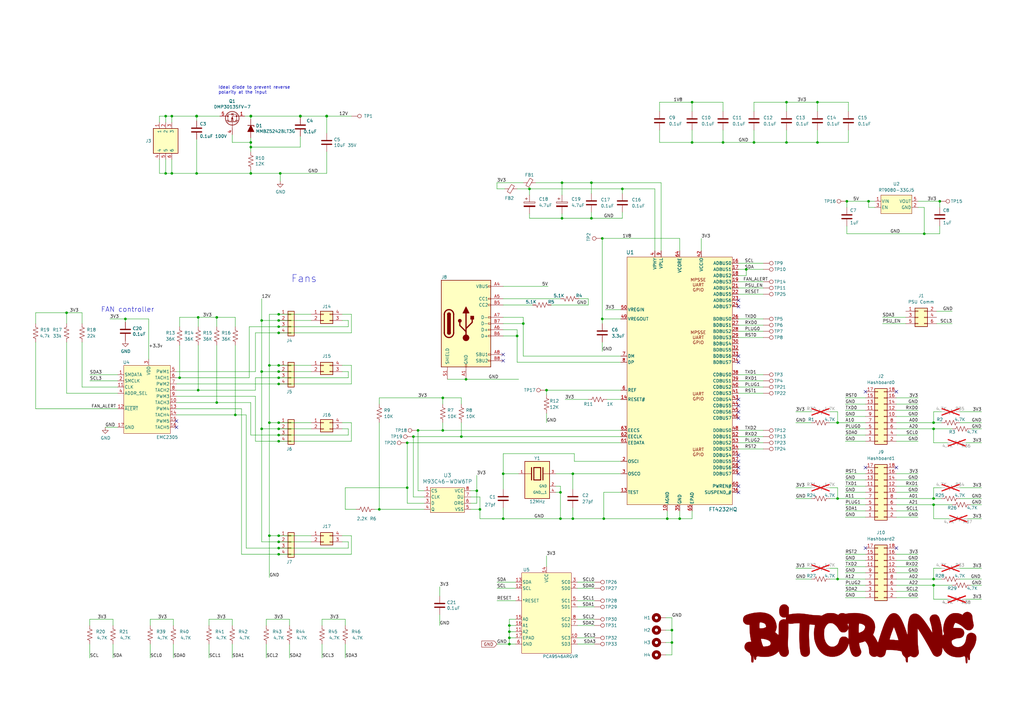
<source format=kicad_sch>
(kicad_sch (version 20230121) (generator eeschema)
  (paper "A3")
  (title_block (title "bitcrane") (date "2024-01-11") (rev "2.1"))
  (junction (at 81.28 160.02))
  (junction (at 385.445 82.55))
  (junction (at 169.545 179.07))
  (junction (at 273.685 212.725))
  (junction (at 382.905 173.355))
  (junction (at 88.9 130.175))
  (junction (at 88.9 165.1))
  (junction (at 107.315 131.445))
  (junction (at 379.095 95.885))
  (junction (at 382.905 240.03))
  (junction (at 114.3 175.895))
  (junction (at 278.765 212.725))
  (junction (at 73.66 154.94))
  (junction (at 283.845 58.42))
  (junction (at 208.915 261.62))
  (junction (at 224.155 160.02))
  (junction (at 51.435 130.81))
  (junction (at 206.375 194.31))
  (junction (at 110.49 219.71))
  (junction (at 230.505 89.535))
  (junction (at 70.485 71.12))
  (junction (at 242.57 89.535))
  (junction (at 114.3 154.94))
  (junction (at 114.3 149.86))
  (junction (at 114.3 131.445))
  (junction (at 208.915 259.08))
  (junction (at 343.535 204.47))
  (junction (at 322.58 41.91))
  (junction (at 80.645 47.625) (diameter 1.016))
  (junction (at 110.49 149.86))
  (junction (at 155.575 208.915))
  (junction (at 247.65 212.725))
  (junction (at 80.645 71.12))
  (junction (at 230.505 74.93))
  (junction (at 217.17 77.47))
  (junction (at 70.485 47.625))
  (junction (at 114.3 136.525))
  (junction (at 81.28 130.175))
  (junction (at 234.95 212.725))
  (junction (at 107.315 152.4))
  (junction (at 343.535 237.49))
  (junction (at 229.87 201.93))
  (junction (at 335.28 41.91))
  (junction (at 102.87 60.325))
  (junction (at 214.63 132.715))
  (junction (at 167.005 200.025))
  (junction (at 309.245 58.42))
  (junction (at 114.3 128.905))
  (junction (at 335.28 58.42))
  (junction (at 234.95 194.31))
  (junction (at 114.935 71.12))
  (junction (at 114.3 222.25))
  (junction (at 114.3 133.985))
  (junction (at 247.015 97.79))
  (junction (at 102.87 71.12))
  (junction (at 306.07 110.49))
  (junction (at 114.3 224.79))
  (junction (at 114.3 178.435))
  (junction (at 208.915 264.16))
  (junction (at 191.135 155.575))
  (junction (at 296.545 58.42))
  (junction (at 195.58 201.295))
  (junction (at 107.315 175.895))
  (junction (at 110.49 173.355))
  (junction (at 102.87 47.625) (diameter 1.016))
  (junction (at 114.3 157.48))
  (junction (at 167.005 181.61))
  (junction (at 242.57 74.93))
  (junction (at 181.61 176.53))
  (junction (at 283.845 41.91))
  (junction (at 229.87 212.725))
  (junction (at 275.59 258.445))
  (junction (at 189.23 179.07))
  (junction (at 382.905 237.49))
  (junction (at 114.3 180.975))
  (junction (at 67.945 47.625))
  (junction (at 322.58 58.42))
  (junction (at 347.345 82.55))
  (junction (at 123.19 47.625) (diameter 1.016))
  (junction (at 206.375 212.725))
  (junction (at 181.61 163.195))
  (junction (at 255.27 77.47))
  (junction (at 343.535 173.355))
  (junction (at 133.985 47.625) (diameter 1.016))
  (junction (at 114.3 173.355))
  (junction (at 27.305 128.27))
  (junction (at 114.3 152.4))
  (junction (at 275.59 263.525))
  (junction (at 114.3 219.71))
  (junction (at 356.235 82.55))
  (junction (at 208.915 256.54))
  (junction (at 247.015 130.81))
  (junction (at 212.09 137.795))
  (junction (at 382.905 175.895))
  (junction (at 96.52 170.18))
  (junction (at 171.45 176.53))
  (junction (at 114.3 227.33))
  (junction (at 67.945 71.12))
  (junction (at 382.905 207.01))
  (junction (at 102.87 58.42))
  (junction (at 196.85 208.915))
  (junction (at 382.905 204.47))
  (no_connect (at 302.895 186.69))
  (no_connect (at 367.665 160.655))
  (no_connect (at 302.895 189.23))
  (no_connect (at 206.375 145.415))
  (no_connect (at 354.965 160.655))
  (no_connect (at 354.965 191.77))
  (no_connect (at 302.895 163.83))
  (no_connect (at 302.895 146.05))
  (no_connect (at 302.895 123.19))
  (no_connect (at 367.665 191.77))
  (no_connect (at 206.375 147.955))
  (no_connect (at 302.895 199.39))
  (no_connect (at 72.39 175.26))
  (no_connect (at 302.895 148.59))
  (no_connect (at 302.895 171.45))
  (no_connect (at 302.895 168.91))
  (no_connect (at 367.665 224.79))
  (no_connect (at 72.39 172.72))
  (no_connect (at 302.895 194.31))
  (no_connect (at 354.965 224.79))
  (no_connect (at 302.895 201.93))
  (no_connect (at 302.895 191.77))
  (no_connect (at 302.895 166.37))
  (no_connect (at 302.895 125.73))
  (wire (pts (xy 306.07 113.03) (xy 306.07 110.49)))
  (wire (pts (xy 114.3 180.975) (xy 104.775 180.975)))
  (wire (pts (xy 27.305 128.27) (xy 33.655 128.27)))
  (wire (pts (xy 385.445 82.55) (xy 385.445 85.09)))
  (wire (pts (xy 386.08 200.025) (xy 382.905 200.025)))
  (wire (pts (xy 114.3 219.71) (xy 110.49 219.71)))
  (wire (pts (xy 254.635 130.81) (xy 247.015 130.81)))
  (wire (pts (xy 255.27 77.47) (xy 255.27 79.375)))
  (wire (pts (xy 326.39 237.49) (xy 332.74 237.49)))
  (wire (pts (xy 114.3 227.33) (xy 99.06 227.33)))
  (wire (pts (xy 181.61 173.355) (xy 181.61 176.53)))
  (wire (pts (xy 367.665 196.85) (xy 376.555 196.85)))
  (wire (pts (xy 382.905 175.895) (xy 382.905 181.61)))
  (wire (pts (xy 114.3 173.355) (xy 127.635 173.355)))
  (wire (pts (xy 242.57 74.93) (xy 242.57 79.375)))
  (wire (pts (xy 142.875 178.435) (xy 114.3 178.435)))
  (wire (pts (xy 367.665 240.03) (xy 382.905 240.03)))
  (wire (pts (xy 181.61 163.195) (xy 181.61 165.735)))
  (wire (pts (xy 393.7 168.91) (xy 402.59 168.91)))
  (wire (pts (xy 155.575 163.195) (xy 155.575 165.735)))
  (wire (pts (xy 114.3 128.905) (xy 110.49 128.905)))
  (wire (pts (xy 195.58 194.945) (xy 195.58 201.295)))
  (wire (pts (xy 133.985 54.61) (xy 133.985 47.625)))
  (wire (pts (xy 144.145 227.33) (xy 114.3 227.33)))
  (wire (pts (xy 203.835 77.47) (xy 207.01 77.47)))
  (wire (pts (xy 104.775 154.94) (xy 104.775 160.02)))
  (wire (pts (xy 347.345 82.55) (xy 347.345 85.09)))
  (wire (pts (xy 247.65 212.725) (xy 234.95 212.725)))
  (wire (pts (xy 393.7 237.49) (xy 402.59 237.49)))
  (wire (pts (xy 367.665 237.49) (xy 382.905 237.49)))
  (wire (pts (xy 346.71 227.33) (xy 354.965 227.33)))
  (wire (pts (xy 382.905 207.01) (xy 382.905 212.725)))
  (wire (pts (xy 247.015 97.79) (xy 247.015 130.81)))
  (wire (pts (xy 361.95 130.175) (xy 371.475 130.175)))
  (wire (pts (xy 388.62 245.745) (xy 382.905 245.745)))
  (wire (pts (xy 212.09 137.795) (xy 212.09 135.255)))
  (wire (pts (xy 206.375 117.475) (xy 224.79 117.475)))
  (wire (pts (xy 340.36 237.49) (xy 343.535 237.49)))
  (wire (pts (xy 144.145 180.975) (xy 114.3 180.975)))
  (wire (pts (xy 67.945 71.12) (xy 70.485 71.12)))
  (wire (pts (xy 226.06 125.095) (xy 241.3 125.095)))
  (wire (pts (xy 123.19 47.625) (xy 123.19 48.26)))
  (wire (pts (xy 189.23 173.355) (xy 189.23 179.07)))
  (wire (pts (xy 67.945 65.405) (xy 67.945 71.12)))
  (wire (pts (xy 275.59 268.605) (xy 275.59 263.525)))
  (wire (pts (xy 142.875 152.4) (xy 142.875 154.94)))
  (wire (pts (xy 196.85 208.915) (xy 196.85 212.725)))
  (wire (pts (xy 212.09 77.47) (xy 217.17 77.47)))
  (wire (pts (xy 309.245 41.91) (xy 322.58 41.91)))
  (wire (pts (xy 255.27 86.995) (xy 255.27 89.535)))
  (wire (pts (xy 212.09 137.795) (xy 206.375 137.795)))
  (wire (pts (xy 382.905 173.355) (xy 386.08 173.355)))
  (wire (pts (xy 347.345 82.55) (xy 356.235 82.55)))
  (wire (pts (xy 393.7 173.355) (xy 402.59 173.355)))
  (wire (pts (xy 70.485 47.625) (xy 70.485 50.165)))
  (wire (pts (xy 367.665 170.815) (xy 376.555 170.815)))
  (wire (pts (xy 142.875 224.79) (xy 114.3 224.79)))
  (wire (pts (xy 217.17 87.63) (xy 217.17 89.535)))
  (wire (pts (xy 385.445 95.885) (xy 379.095 95.885)))
  (wire (pts (xy 88.9 130.175) (xy 81.28 130.175)))
  (wire (pts (xy 382.905 233.045) (xy 382.905 237.49)))
  (wire (pts (xy 302.895 138.43) (xy 313.055 138.43)))
  (wire (pts (xy 255.27 77.47) (xy 268.605 77.47)))
  (wire (pts (xy 254.635 201.93) (xy 247.65 201.93)))
  (wire (pts (xy 322.58 53.34) (xy 322.58 58.42)))
  (wire (pts (xy 189.23 163.195) (xy 181.61 163.195)))
  (wire (pts (xy 71.12 264.16) (xy 71.12 269.875)))
  (wire (pts (xy 346.71 212.09) (xy 354.965 212.09)))
  (wire (pts (xy 153.67 208.915) (xy 155.575 208.915)))
  (wire (pts (xy 302.895 107.95) (xy 313.055 107.95)))
  (wire (pts (xy 140.335 175.895) (xy 142.875 175.895)))
  (wire (pts (xy 36.83 254) (xy 46.355 254)))
  (wire (pts (xy 326.39 168.91) (xy 332.74 168.91)))
  (wire (pts (xy 309.245 58.42) (xy 296.545 58.42)))
  (wire (pts (xy 302.895 113.03) (xy 306.07 113.03)))
  (wire (pts (xy 306.07 110.49) (xy 313.055 110.49)))
  (wire (pts (xy 208.915 254) (xy 208.915 256.54)))
  (wire (pts (xy 302.895 184.15) (xy 313.055 184.15)))
  (wire (pts (xy 283.845 58.42) (xy 270.51 58.42)))
  (wire (pts (xy 275.59 263.525) (xy 275.59 258.445)))
  (wire (pts (xy 61.595 264.16) (xy 61.595 269.875)))
  (wire (pts (xy 224.155 227.965) (xy 224.155 232.41)))
  (wire (pts (xy 80.645 47.625) (xy 80.645 49.53)))
  (wire (pts (xy 379.095 95.885) (xy 347.345 95.885)))
  (wire (pts (xy 114.3 128.905) (xy 127.635 128.905)))
  (wire (pts (xy 302.895 156.21) (xy 313.055 156.21)))
  (wire (pts (xy 169.545 179.07) (xy 169.545 203.835)))
  (wire (pts (xy 208.915 261.62) (xy 208.915 264.16)))
  (wire (pts (xy 322.58 41.91) (xy 335.28 41.91)))
  (wire (pts (xy 46.355 264.16) (xy 46.355 269.875)))
  (wire (pts (xy 114.3 131.445) (xy 127.635 131.445)))
  (wire (pts (xy 322.58 41.91) (xy 322.58 45.72)))
  (wire (pts (xy 236.855 261.62) (xy 243.84 261.62)))
  (wire (pts (xy 180.34 252.095) (xy 180.34 256.54)))
  (wire (pts (xy 231.775 163.83) (xy 241.3 163.83)))
  (wire (pts (xy 140.335 152.4) (xy 142.875 152.4)))
  (wire (pts (xy 356.235 85.09) (xy 356.235 82.55)))
  (wire (pts (xy 107.315 122.555) (xy 107.315 131.445)))
  (wire (pts (xy 236.855 241.3) (xy 243.84 241.3)))
  (wire (pts (xy 247.015 140.335) (xy 247.015 144.145)))
  (wire (pts (xy 67.945 47.625) (xy 70.485 47.625)))
  (wire (pts (xy 88.9 130.175) (xy 88.9 133.985)))
  (wire (pts (xy 346.71 163.195) (xy 354.965 163.195)))
  (wire (pts (xy 346.71 170.815) (xy 354.965 170.815)))
  (wire (pts (xy 33.655 128.27) (xy 33.655 132.715)))
  (wire (pts (xy 393.7 233.045) (xy 402.59 233.045)))
  (wire (pts (xy 382.905 200.025) (xy 382.905 204.47)))
  (wire (pts (xy 219.71 74.93) (xy 230.505 74.93)))
  (wire (pts (xy 107.315 152.4) (xy 107.315 175.895)))
  (wire (pts (xy 96.52 130.175) (xy 88.9 130.175)))
  (wire (pts (xy 144.145 157.48) (xy 114.3 157.48)))
  (wire (pts (xy 367.665 163.195) (xy 376.555 163.195)))
  (wire (pts (xy 302.895 181.61) (xy 313.055 181.61)))
  (wire (pts (xy 278.765 97.79) (xy 247.015 97.79)))
  (wire (pts (xy 133.985 47.625) (xy 144.145 47.625)))
  (wire (pts (xy 81.28 130.175) (xy 73.66 130.175)))
  (wire (pts (xy 196.85 212.725) (xy 206.375 212.725)))
  (wire (pts (xy 302.895 179.07) (xy 313.055 179.07)))
  (wire (pts (xy 296.545 58.42) (xy 283.845 58.42)))
  (wire (pts (xy 236.855 238.76) (xy 243.84 238.76)))
  (wire (pts (xy 214.63 132.715) (xy 206.375 132.715)))
  (wire (pts (xy 367.665 227.33) (xy 376.555 227.33)))
  (wire (pts (xy 347.345 95.885) (xy 347.345 92.71)))
  (wire (pts (xy 389.255 212.725) (xy 382.905 212.725)))
  (wire (pts (xy 386.08 168.91) (xy 382.905 168.91)))
  (wire (pts (xy 14.605 140.335) (xy 14.605 167.64)))
  (wire (pts (xy 109.22 264.16) (xy 109.22 269.875)))
  (wire (pts (xy 384.175 132.715) (xy 390.525 132.715)))
  (wire (pts (xy 146.05 208.915) (xy 141.605 208.915)))
  (wire (pts (xy 208.915 256.54) (xy 211.455 256.54)))
  (wire (pts (xy 107.315 222.25) (xy 107.315 175.895)))
  (wire (pts (xy 114.3 178.435) (xy 102.87 178.435)))
  (wire (pts (xy 230.505 74.93) (xy 230.505 80.01)))
  (wire (pts (xy 255.27 89.535) (xy 242.57 89.535)))
  (wire (pts (xy 114.3 149.86) (xy 127.635 149.86)))
  (wire (pts (xy 340.36 233.045) (xy 343.535 233.045)))
  (wire (pts (xy 296.545 45.72) (xy 296.545 41.91)))
  (wire (pts (xy 114.3 152.4) (xy 127.635 152.4)))
  (wire (pts (xy 72.39 157.48) (xy 114.3 157.48)))
  (wire (pts (xy 206.375 130.175) (xy 214.63 130.175)))
  (wire (pts (xy 104.775 152.4) (xy 72.39 152.4)))
  (wire (pts (xy 100.965 224.79) (xy 100.965 170.18)))
  (wire (pts (xy 206.375 186.055) (xy 206.375 194.31)))
  (wire (pts (xy 367.665 201.93) (xy 376.555 201.93)))
  (wire (pts (xy 309.245 53.34) (xy 309.245 58.42)))
  (wire (pts (xy 346.71 180.975) (xy 354.965 180.975)))
  (wire (pts (xy 361.95 132.715) (xy 371.475 132.715)))
  (wire (pts (xy 132.08 254) (xy 141.605 254)))
  (wire (pts (xy 196.85 203.835) (xy 196.85 208.915)))
  (wire (pts (xy 367.665 209.55) (xy 376.555 209.55)))
  (wire (pts (xy 224.155 160.02) (xy 224.155 161.925)))
  (wire (pts (xy 102.87 178.435) (xy 102.87 165.1)))
  (wire (pts (xy 208.915 259.08) (xy 211.455 259.08)))
  (wire (pts (xy 206.375 194.31) (xy 212.725 194.31)))
  (wire (pts (xy 102.87 47.625) (xy 102.87 48.895)))
  (wire (pts (xy 36.83 264.16) (xy 36.83 269.875)))
  (wire (pts (xy 382.905 237.49) (xy 386.08 237.49)))
  (wire (pts (xy 346.71 178.435) (xy 354.965 178.435)))
  (wire (pts (xy 140.335 149.86) (xy 144.145 149.86)))
  (wire (pts (xy 114.3 133.985) (xy 102.235 133.985)))
  (wire (pts (xy 114.3 222.25) (xy 127.635 222.25)))
  (wire (pts (xy 104.775 136.525) (xy 114.3 136.525)))
  (wire (pts (xy 81.28 160.02) (xy 72.39 160.02)))
  (wire (pts (xy 346.71 165.735) (xy 354.965 165.735)))
  (wire (pts (xy 140.335 128.905) (xy 144.145 128.905)))
  (wire (pts (xy 33.655 140.335) (xy 33.655 158.75)))
  (wire (pts (xy 379.095 85.09) (xy 379.095 95.885)))
  (wire (pts (xy 384.175 127.635) (xy 390.525 127.635)))
  (wire (pts (xy 254.635 160.02) (xy 224.155 160.02)))
  (wire (pts (xy 100.965 170.18) (xy 96.52 170.18)))
  (wire (pts (xy 81.28 141.605) (xy 81.28 160.02)))
  (wire (pts (xy 114.935 71.12) (xy 102.87 71.12)))
  (wire (pts (xy 203.835 238.76) (xy 211.455 238.76)))
  (wire (pts (xy 254.635 179.07) (xy 189.23 179.07)))
  (wire (pts (xy 268.605 77.47) (xy 268.605 102.87)))
  (wire (pts (xy 367.665 207.01) (xy 382.905 207.01)))
  (wire (pts (xy 302.895 110.49) (xy 306.07 110.49)))
  (wire (pts (xy 254.635 189.23) (xy 235.585 189.23)))
  (wire (pts (xy 114.3 222.25) (xy 107.315 222.25)))
  (wire (pts (xy 254.635 176.53) (xy 181.61 176.53)))
  (wire (pts (xy 70.485 65.405) (xy 70.485 71.12)))
  (wire (pts (xy 273.05 258.445) (xy 275.59 258.445)))
  (wire (pts (xy 167.005 181.61) (xy 167.005 200.025)))
  (wire (pts (xy 398.145 207.01) (xy 402.59 207.01)))
  (wire (pts (xy 142.875 154.94) (xy 114.3 154.94)))
  (wire (pts (xy 206.375 208.28) (xy 206.375 212.725)))
  (wire (pts (xy 322.58 58.42) (xy 309.245 58.42)))
  (wire (pts (xy 27.305 140.335) (xy 27.305 161.29)))
  (wire (pts (xy 343.535 233.045) (xy 343.535 237.49)))
  (wire (pts (xy 376.555 85.09) (xy 379.095 85.09)))
  (wire (pts (xy 346.71 199.39) (xy 354.965 199.39)))
  (wire (pts (xy 367.665 212.09) (xy 376.555 212.09)))
  (wire (pts (xy 227.965 201.93) (xy 229.87 201.93)))
  (wire (pts (xy 214.63 132.715) (xy 214.63 146.05)))
  (wire (pts (xy 36.83 256.54) (xy 36.83 254)))
  (wire (pts (xy 229.87 199.39) (xy 229.87 201.93)))
  (wire (pts (xy 283.845 209.55) (xy 283.845 212.725)))
  (wire (pts (xy 107.315 131.445) (xy 114.3 131.445)))
  (wire (pts (xy 248.92 163.83) (xy 254.635 163.83)))
  (wire (pts (xy 273.05 263.525) (xy 275.59 263.525)))
  (wire (pts (xy 343.535 200.025) (xy 343.535 204.47)))
  (wire (pts (xy 402.59 212.725) (xy 396.875 212.725)))
  (wire (pts (xy 51.435 132.08) (xy 51.435 130.81)))
  (wire (pts (xy 110.49 173.355) (xy 110.49 219.71)))
  (wire (pts (xy 33.655 158.75) (xy 48.26 158.75)))
  (wire (pts (xy 110.49 219.71) (xy 110.49 236.855)))
  (wire (pts (xy 346.71 168.275) (xy 354.965 168.275)))
  (wire (pts (xy 36.83 153.67) (xy 48.26 153.67)))
  (wire (pts (xy 346.71 240.03) (xy 354.965 240.03)))
  (wire (pts (xy 273.05 268.605) (xy 275.59 268.605)))
  (wire (pts (xy 212.725 155.575) (xy 191.135 155.575)))
  (wire (pts (xy 46.355 254) (xy 46.355 256.54)))
  (wire (pts (xy 229.87 122.555) (xy 206.375 122.555)))
  (wire (pts (xy 45.085 130.81) (xy 51.435 130.81)))
  (wire (pts (xy 227.965 194.31) (xy 234.95 194.31)))
  (wire (pts (xy 71.12 254) (xy 71.12 256.54)))
  (wire (pts (xy 141.605 264.16) (xy 141.605 269.875)))
  (wire (pts (xy 70.485 71.12) (xy 80.645 71.12)))
  (wire (pts (xy 104.775 162.56) (xy 72.39 162.56)))
  (wire (pts (xy 141.605 254) (xy 141.605 256.54)))
  (wire (pts (xy 229.87 201.93) (xy 229.87 212.725)))
  (wire (pts (xy 302.895 115.57) (xy 313.055 115.57)))
  (wire (pts (xy 275.59 253.365) (xy 273.05 253.365)))
  (wire (pts (xy 309.245 45.72) (xy 309.245 41.91)))
  (wire (pts (xy 65.405 71.12) (xy 67.945 71.12)))
  (wire (pts (xy 402.59 245.745) (xy 396.24 245.745)))
  (wire (pts (xy 343.535 173.355) (xy 354.965 173.355)))
  (wire (pts (xy 367.665 175.895) (xy 382.905 175.895)))
  (wire (pts (xy 302.895 130.81) (xy 313.055 130.81)))
  (wire (pts (xy 142.875 222.25) (xy 142.875 224.79)))
  (wire (pts (xy 247.015 130.81) (xy 247.015 132.715)))
  (wire (pts (xy 141.605 200.025) (xy 167.005 200.025)))
  (wire (pts (xy 326.39 173.355) (xy 332.74 173.355)))
  (wire (pts (xy 296.545 41.91) (xy 283.845 41.91)))
  (wire (pts (xy 107.315 175.895) (xy 114.3 175.895)))
  (wire (pts (xy 254.635 146.05) (xy 214.63 146.05)))
  (wire (pts (xy 278.765 102.87) (xy 278.765 97.79)))
  (wire (pts (xy 241.3 122.555) (xy 237.49 122.555)))
  (wire (pts (xy 169.545 203.835) (xy 173.99 203.835)))
  (wire (pts (xy 230.505 74.93) (xy 242.57 74.93)))
  (wire (pts (xy 283.845 53.34) (xy 283.845 58.42)))
  (wire (pts (xy 85.725 254) (xy 95.25 254)))
  (wire (pts (xy 343.535 168.91) (xy 343.535 173.355)))
  (wire (pts (xy 133.985 62.23) (xy 133.985 71.12)))
  (wire (pts (xy 95.25 254) (xy 95.25 256.54)))
  (wire (pts (xy 236.855 248.92) (xy 243.84 248.92)))
  (wire (pts (xy 180.34 240.665) (xy 180.34 244.475)))
  (wire (pts (xy 270.51 41.91) (xy 270.51 45.72)))
  (wire (pts (xy 95.25 58.42) (xy 102.87 58.42)))
  (wire (pts (xy 224.155 169.545) (xy 224.155 173.355)))
  (wire (pts (xy 386.08 233.045) (xy 382.905 233.045)))
  (wire (pts (xy 335.28 53.34) (xy 335.28 58.42)))
  (wire (pts (xy 214.63 130.175) (xy 214.63 132.715)))
  (wire (pts (xy 81.28 130.175) (xy 81.28 133.985)))
  (wire (pts (xy 343.535 237.49) (xy 354.965 237.49)))
  (wire (pts (xy 382.905 240.03) (xy 390.525 240.03)))
  (wire (pts (xy 367.665 173.355) (xy 382.905 173.355)))
  (wire (pts (xy 203.835 241.3) (xy 211.455 241.3)))
  (wire (pts (xy 393.7 200.025) (xy 402.59 200.025)))
  (wire (pts (xy 118.745 254) (xy 118.745 256.54)))
  (wire (pts (xy 367.665 234.95) (xy 376.555 234.95)))
  (wire (pts (xy 367.665 245.11) (xy 376.555 245.11)))
  (wire (pts (xy 85.725 264.16) (xy 85.725 269.875)))
  (wire (pts (xy 393.7 204.47) (xy 402.59 204.47)))
  (wire (pts (xy 110.49 149.86) (xy 110.49 173.355)))
  (wire (pts (xy 203.835 74.93) (xy 203.835 77.47)))
  (wire (pts (xy 367.665 232.41) (xy 376.555 232.41)))
  (wire (pts (xy 189.23 165.735) (xy 189.23 163.195)))
  (wire (pts (xy 217.17 77.47) (xy 255.27 77.47)))
  (wire (pts (xy 133.985 71.12) (xy 114.935 71.12)))
  (wire (pts (xy 99.06 167.64) (xy 72.39 167.64)))
  (wire (pts (xy 254.635 148.59) (xy 212.09 148.59)))
  (wire (pts (xy 356.235 82.55) (xy 358.775 82.55)))
  (wire (pts (xy 36.83 156.21) (xy 48.26 156.21)))
  (wire (pts (xy 346.71 229.87) (xy 354.965 229.87)))
  (wire (pts (xy 193.04 206.375) (xy 195.58 206.375)))
  (wire (pts (xy 236.855 246.38) (xy 243.84 246.38)))
  (wire (pts (xy 104.775 136.525) (xy 104.775 152.4)))
  (wire (pts (xy 278.765 212.725) (xy 273.685 212.725)))
  (wire (pts (xy 236.855 264.16) (xy 243.84 264.16)))
  (wire (pts (xy 340.36 204.47) (xy 343.535 204.47)))
  (wire (pts (xy 104.775 180.975) (xy 104.775 162.56)))
  (wire (pts (xy 110.49 173.355) (xy 114.3 173.355)))
  (wire (pts (xy 114.3 219.71) (xy 127.635 219.71)))
  (wire (pts (xy 191.135 155.575) (xy 183.515 155.575)))
  (wire (pts (xy 340.36 200.025) (xy 343.535 200.025)))
  (wire (pts (xy 51.435 130.81) (xy 60.96 130.81)))
  (wire (pts (xy 208.915 259.08) (xy 208.915 261.62)))
  (wire (pts (xy 193.04 201.295) (xy 195.58 201.295)))
  (wire (pts (xy 85.725 256.54) (xy 85.725 254)))
  (wire (pts (xy 211.455 254) (xy 208.915 254)))
  (wire (pts (xy 347.98 53.34) (xy 347.98 58.42)))
  (wire (pts (xy 189.23 179.07) (xy 169.545 179.07)))
  (wire (pts (xy 141.605 208.915) (xy 141.605 200.025)))
  (wire (pts (xy 247.65 201.93) (xy 247.65 212.725)))
  (wire (pts (xy 142.875 133.985) (xy 114.3 133.985)))
  (wire (pts (xy 326.39 233.045) (xy 332.74 233.045)))
  (wire (pts (xy 110.49 149.86) (xy 114.3 149.86)))
  (wire (pts (xy 206.375 212.725) (xy 229.87 212.725)))
  (wire (pts (xy 114.3 175.895) (xy 127.635 175.895)))
  (wire (pts (xy 283.845 41.91) (xy 283.845 45.72)))
  (wire (pts (xy 388.62 181.61) (xy 382.905 181.61)))
  (wire (pts (xy 235.585 189.23) (xy 235.585 186.055)))
  (wire (pts (xy 73.66 154.94) (xy 102.235 154.94)))
  (wire (pts (xy 367.665 168.275) (xy 376.555 168.275)))
  (wire (pts (xy 27.305 161.29) (xy 48.26 161.29)))
  (wire (pts (xy 100.33 47.625) (xy 102.87 47.625)))
  (wire (pts (xy 140.335 219.71) (xy 144.145 219.71)))
  (wire (pts (xy 80.645 57.15) (xy 80.645 71.12)))
  (wire (pts (xy 144.145 173.355) (xy 144.145 180.975)))
  (wire (pts (xy 273.685 212.725) (xy 247.65 212.725)))
  (wire (pts (xy 155.575 173.355) (xy 155.575 208.915)))
  (wire (pts (xy 67.945 47.625) (xy 67.945 50.165)))
  (wire (pts (xy 123.19 47.625) (xy 133.985 47.625)))
  (wire (pts (xy 181.61 176.53) (xy 171.45 176.53)))
  (wire (pts (xy 254.635 181.61) (xy 167.005 181.61)))
  (wire (pts (xy 214.63 74.93) (xy 203.835 74.93)))
  (wire (pts (xy 104.775 160.02) (xy 81.28 160.02)))
  (wire (pts (xy 340.36 168.91) (xy 343.535 168.91)))
  (wire (pts (xy 114.935 74.295) (xy 114.935 71.12)))
  (wire (pts (xy 14.605 128.27) (xy 14.605 132.715)))
  (wire (pts (xy 96.52 133.985) (xy 96.52 130.175)))
  (wire (pts (xy 88.9 165.1) (xy 72.39 165.1)))
  (wire (pts (xy 234.95 194.31) (xy 254.635 194.31)))
  (wire (pts (xy 114.3 152.4) (xy 107.315 152.4)))
  (wire (pts (xy 402.59 181.61) (xy 396.24 181.61)))
  (wire (pts (xy 144.145 149.86) (xy 144.145 157.48)))
  (wire (pts (xy 118.745 264.16) (xy 118.745 269.875)))
  (wire (pts (xy 287.655 97.79) (xy 287.655 102.87)))
  (wire (pts (xy 144.145 136.525) (xy 114.3 136.525)))
  (wire (pts (xy 302.895 161.29) (xy 313.055 161.29)))
  (wire (pts (xy 346.71 242.57) (xy 354.965 242.57)))
  (wire (pts (xy 102.235 133.985) (xy 102.235 154.94)))
  (wire (pts (xy 367.665 199.39) (xy 376.555 199.39)))
  (wire (pts (xy 80.645 71.12) (xy 102.87 71.12)))
  (wire (pts (xy 302.895 118.11) (xy 313.055 118.11)))
  (wire (pts (xy 335.28 58.42) (xy 322.58 58.42)))
  (wire (pts (xy 155.575 208.915) (xy 173.99 208.915)))
  (wire (pts (xy 326.39 204.47) (xy 332.74 204.47)))
  (wire (pts (xy 211.455 261.62) (xy 208.915 261.62)))
  (wire (pts (xy 398.145 175.895) (xy 402.59 175.895)))
  (wire (pts (xy 302.895 135.89) (xy 313.055 135.89)))
  (wire (pts (xy 73.66 141.605) (xy 73.66 154.94)))
  (wire (pts (xy 335.28 41.91) (xy 347.98 41.91)))
  (wire (pts (xy 110.49 128.905) (xy 110.49 149.86)))
  (wire (pts (xy 88.9 141.605) (xy 88.9 165.1)))
  (wire (pts (xy 99.06 227.33) (xy 99.06 167.64)))
  (wire (pts (xy 347.98 58.42) (xy 335.28 58.42)))
  (wire (pts (xy 346.71 234.95) (xy 354.965 234.95)))
  (wire (pts (xy 114.3 224.79) (xy 100.965 224.79)))
  (wire (pts (xy 14.605 128.27) (xy 27.305 128.27)))
  (wire (pts (xy 167.005 206.375) (xy 173.99 206.375)))
  (wire (pts (xy 382.905 240.03) (xy 382.905 245.745)))
  (wire (pts (xy 95.25 264.16) (xy 95.25 269.875)))
  (wire (pts (xy 102.87 69.85) (xy 102.87 71.12)))
  (wire (pts (xy 123.19 60.325) (xy 123.19 55.88)))
  (wire (pts (xy 367.665 178.435) (xy 376.555 178.435)))
  (wire (pts (xy 283.845 41.91) (xy 270.51 41.91)))
  (wire (pts (xy 208.915 264.16) (xy 211.455 264.16)))
  (wire (pts (xy 236.855 254) (xy 243.84 254)))
  (wire (pts (xy 248.285 127) (xy 254.635 127)))
  (wire (pts (xy 358.775 85.09) (xy 356.235 85.09)))
  (wire (pts (xy 346.71 245.11) (xy 354.965 245.11)))
  (wire (pts (xy 102.87 58.42) (xy 102.87 56.515)))
  (wire (pts (xy 206.375 194.31) (xy 206.375 200.66)))
  (wire (pts (xy 236.855 256.54) (xy 243.84 256.54)))
  (wire (pts (xy 346.71 201.93) (xy 354.965 201.93)))
  (wire (pts (xy 171.45 201.295) (xy 173.99 201.295)))
  (wire (pts (xy 346.71 232.41) (xy 354.965 232.41)))
  (wire (pts (xy 340.36 173.355) (xy 343.535 173.355)))
  (wire (pts (xy 273.685 209.55) (xy 273.685 212.725)))
  (wire (pts (xy 346.71 207.01) (xy 354.965 207.01)))
  (wire (pts (xy 27.305 132.715) (xy 27.305 128.27)))
  (wire (pts (xy 107.315 131.445) (xy 107.315 152.4)))
  (wire (pts (xy 385.445 92.71) (xy 385.445 95.885)))
  (wire (pts (xy 346.71 196.85) (xy 354.965 196.85)))
  (wire (pts (xy 102.87 58.42) (xy 102.87 60.325)))
  (wire (pts (xy 140.335 131.445) (xy 142.875 131.445)))
  (wire (pts (xy 346.71 194.31) (xy 354.965 194.31)))
  (wire (pts (xy 235.585 186.055) (xy 206.375 186.055)))
  (wire (pts (xy 102.87 47.625) (xy 123.19 47.625)))
  (wire (pts (xy 217.17 89.535) (xy 230.505 89.535)))
  (wire (pts (xy 229.87 212.725) (xy 234.95 212.725)))
  (wire (pts (xy 382.905 207.01) (xy 390.525 207.01)))
  (wire (pts (xy 73.66 130.175) (xy 73.66 133.985)))
  (wire (pts (xy 302.895 133.35) (xy 313.055 133.35)))
  (wire (pts (xy 60.96 130.81) (xy 60.96 147.32)))
  (wire (pts (xy 142.875 131.445) (xy 142.875 133.985)))
  (wire (pts (xy 278.765 209.55) (xy 278.765 212.725)))
  (wire (pts (xy 109.22 256.54) (xy 109.22 254)))
  (wire (pts (xy 234.95 212.725) (xy 234.95 208.28)))
  (wire (pts (xy 73.66 154.94) (xy 72.39 154.94)))
  (wire (pts (xy 241.3 125.095) (xy 241.3 122.555)))
  (wire (pts (xy 142.875 175.895) (xy 142.875 178.435)))
  (wire (pts (xy 65.405 50.165) (xy 65.405 47.625)))
  (wire (pts (xy 144.145 128.905) (xy 144.145 136.525)))
  (wire (pts (xy 65.405 65.405) (xy 65.405 71.12)))
  (wire (pts (xy 96.52 141.605) (xy 96.52 170.18)))
  (wire (pts (xy 302.895 158.75) (xy 313.055 158.75)))
  (wire (pts (xy 167.005 200.025) (xy 167.005 206.375)))
  (wire (pts (xy 367.665 204.47) (xy 382.905 204.47)))
  (wire (pts (xy 346.71 209.55) (xy 354.965 209.55)))
  (wire (pts (xy 302.895 176.53) (xy 313.055 176.53)))
  (wire (pts (xy 132.08 264.16) (xy 132.08 269.875)))
  (wire (pts (xy 271.145 74.93) (xy 271.145 102.87)))
  (wire (pts (xy 382.905 168.91) (xy 382.905 173.355)))
  (wire (pts (xy 96.52 170.18) (xy 72.39 170.18)))
  (wire (pts (xy 70.485 47.625) (xy 80.645 47.625)))
  (wire (pts (xy 234.95 194.31) (xy 234.95 200.66)))
  (wire (pts (xy 95.25 55.245) (xy 95.25 58.42)))
  (wire (pts (xy 171.45 176.53) (xy 171.45 201.295)))
  (wire (pts (xy 367.665 165.735) (xy 376.555 165.735)))
  (wire (pts (xy 181.61 163.195) (xy 155.575 163.195)))
  (wire (pts (xy 144.145 219.71) (xy 144.145 227.33)))
  (wire (pts (xy 283.845 212.725) (xy 278.765 212.725)))
  (wire (pts (xy 140.335 222.25) (xy 142.875 222.25)))
  (wire (pts (xy 61.595 256.54) (xy 61.595 254)))
  (wire (pts (xy 132.08 256.54) (xy 132.08 254)))
  (wire (pts (xy 376.555 82.55) (xy 385.445 82.55)))
  (wire (pts (xy 242.57 89.535) (xy 242.57 86.995)))
  (wire (pts (xy 343.535 204.47) (xy 354.965 204.47)))
  (wire (pts (xy 61.595 254) (xy 71.12 254)))
  (wire (pts (xy 102.87 60.325) (xy 123.19 60.325)))
  (wire (pts (xy 140.335 173.355) (xy 144.145 173.355)))
  (wire (pts (xy 367.665 242.57) (xy 376.555 242.57)))
  (wire (pts (xy 302.895 153.67) (xy 313.055 153.67)))
  (wire (pts (xy 346.71 175.895) (xy 354.965 175.895)))
  (wire (pts (xy 212.09 135.255) (xy 206.375 135.255)))
  (wire (pts (xy 65.405 47.625) (xy 67.945 47.625)))
  (wire (pts (xy 195.58 201.295) (xy 195.58 206.375)))
  (wire (pts (xy 335.28 41.91) (xy 335.28 45.72)))
  (wire (pts (xy 43.18 175.26) (xy 48.26 175.26)))
  (wire (pts (xy 275.59 258.445) (xy 275.59 253.365)))
  (wire (pts (xy 217.17 77.47) (xy 217.17 80.01)))
  (wire (pts (xy 102.87 60.325) (xy 102.87 62.23)))
  (wire (pts (xy 80.645 47.625) (xy 90.17 47.625)))
  (wire (pts (xy 367.665 180.975) (xy 376.555 180.975)))
  (wire (pts (xy 208.915 256.54) (xy 208.915 259.08)))
  (wire (pts (xy 203.835 246.38) (xy 211.455 246.38)))
  (wire (pts (xy 242.57 74.93) (xy 271.145 74.93)))
  (wire (pts (xy 114.3 154.94) (xy 104.775 154.94)))
  (wire (pts (xy 14.605 167.64) (xy 48.26 167.64)))
  (wire (pts (xy 326.39 200.025) (xy 332.74 200.025)))
  (wire (pts (xy 302.895 120.65) (xy 313.055 120.65)))
  (wire (pts (xy 296.545 53.34) (xy 296.545 58.42)))
  (wire (pts (xy 193.04 203.835) (xy 196.85 203.835)))
  (wire (pts (xy 227.965 199.39) (xy 229.87 199.39)))
  (wire (pts (xy 193.04 208.915) (xy 196.85 208.915)))
  (wire (pts (xy 230.505 89.535) (xy 242.57 89.535)))
  (wire (pts (xy 102.87 165.1) (xy 88.9 165.1)))
  (wire (pts (xy 367.665 194.31) (xy 376.555 194.31)))
  (wire (pts (xy 382.905 204.47) (xy 386.08 204.47)))
  (wire (pts (xy 212.09 137.795) (xy 212.09 148.59)))
  (wire (pts (xy 347.98 41.91) (xy 347.98 45.72)))
  (wire (pts (xy 218.44 125.095) (xy 206.375 125.095)))
  (wire (pts (xy 382.905 175.895) (xy 390.525 175.895)))
  (wire (pts (xy 109.22 254) (xy 118.745 254)))
  (wire (pts (xy 270.51 58.42) (xy 270.51 53.34)))
  (wire (pts (xy 203.835 264.16) (xy 208.915 264.16)))
  (wire (pts (xy 230.505 87.63) (xy 230.505 89.535)))
  (wire (pts (xy 398.145 240.03) (xy 402.59 240.03)))
  (wire (pts (xy 367.665 229.87) (xy 376.555 229.87)))
  (text "FAN controller" (at 41.402 128.27 0) (effects (font (size 2.0066 2.0066)) (justify left bottom)))
  (text "Fans" (at 119.38 116.205 0) (effects (font (size 3 3)) (justify left bottom)))
  (text "Ideal diode to prevent reverse\npolarity at the input" (at 89.535 38.735 0) (effects (font (size 1.27 1.27)) (justify left bottom)))
  (label "GND" (at 376.555 234.95 180))
  (label "3V3" (at 231.775 163.83 0))
  (label "GND" (at 376.555 245.11 180))
  (label "3V3" (at 326.39 233.045 0))
  (label "SDA" (at 46.355 269.875 0))
  (label "3V3" (at 180.34 240.665 0))
  (label "GND" (at 346.71 212.09 0))
  (label "GND" (at 402.59 204.47 180))
  (label "GND" (at 346.71 196.85 0))
  (label "3V3" (at 380.365 82.55 0))
  (label "GND" (at 180.34 256.54 0))
  (label "RXD2" (at 305.435 179.07 0))
  (label "GND" (at 376.555 201.93 180))
  (label "SCL" (at 36.83 269.875 0))
  (label "RST2" (at 305.435 184.15 0))
  (label "3V3" (at 402.59 233.045 180))
  (label "SDA0" (at 346.71 178.435 0))
  (label "RESET" (at 203.835 246.38 0))
  (label "PLUG2" (at 346.71 240.03 0))
  (label "GND" (at 110.49 236.855 0))
  (label "1V8" (at 276.225 41.91 0))
  (label "SDA0" (at 71.12 269.875 0))
  (label "GND" (at 376.555 180.975 180))
  (label "1V8" (at 255.27 97.79 0))
  (label "3V3" (at 112.395 254 0))
  (label "SDA3" (at 141.605 269.875 0))
  (label "3V3" (at 402.59 168.91 180))
  (label "3V3" (at 248.285 127 0))
  (label "PLUG1" (at 346.71 207.01 0))
  (label "SCL2" (at 376.555 242.57 180))
  (label "SDA3" (at 36.83 153.67 0))
  (label "SDA" (at 305.435 110.49 0))
  (label "3V3" (at 376.555 163.195 180))
  (label "3V3" (at 40.005 254 0))
  (label "GND" (at 376.555 229.87 180))
  (label "RST1" (at 346.71 194.31 0))
  (label "GND" (at 346.71 229.87 0))
  (label "SCL1" (at 85.725 269.875 0))
  (label "GND" (at 376.555 170.815 180))
  (label "GND" (at 402.59 240.03 180))
  (label "A02" (at 376.555 237.49 180))
  (label "TXD2" (at 305.435 176.53 0))
  (label "SCL" (at 203.835 241.3 0))
  (label "SCL3" (at 239.395 261.62 0))
  (label "RXD2" (at 376.555 232.41 180))
  (label "GND" (at 402.59 207.01 180))
  (label "SDA3" (at 361.95 130.175 0))
  (label "SCL3" (at 36.83 156.21 0))
  (label "GND" (at 346.71 170.815 0))
  (label "GND" (at 224.155 173.355 0))
  (label "RST0" (at 346.71 163.195 0))
  (label "3V3" (at 88.9 254 0))
  (label "GND" (at 346.71 165.735 0))
  (label "3V3" (at 195.58 194.945 0))
  (label "SDA2" (at 243.84 256.54 180))
  (label "12V" (at 107.315 122.555 0))
  (label "SCL" (at 305.435 107.95 0))
  (label "A12" (at 346.71 237.49 0))
  (label "SDA2" (at 118.745 269.875 0))
  (label "A21" (at 376.555 207.01 180))
  (label "PLUG2" (at 305.435 181.61 0))
  (label "3V3" (at 64.77 254 0))
  (label "GND" (at 346.71 245.11 0))
  (label "RXD0" (at 376.555 168.275 180))
  (label "GND" (at 346.71 234.95 0))
  (label "3V3" (at 28.575 128.27 0))
  (label "RESET" (at 305.435 120.65 0))
  (label "GND" (at 402.59 173.355 180))
  (label "SDA" (at 203.835 238.76 0))
  (label "GND" (at 386.715 127.635 0))
  (label "PLUG1" (at 305.435 158.75 0))
  (label "RXD1" (at 376.555 199.39 180))
  (label "GND" (at 240.665 125.095 180))
  (label "PLUG0" (at 346.71 175.895 0))
  (label "GND" (at 126.365 71.12 0))
  (label "SDA1" (at 243.84 248.92 180))
  (label "TXD1" (at 346.71 199.39 0))
  (label "3V3" (at 402.59 181.61 180))
  (label "GND" (at 43.18 175.26 0))
  (label "5V" (at 349.885 82.55 0))
  (label "A01" (at 376.555 204.47 180))
  (label "SCL2" (at 243.84 254 180))
  (label "3V3" (at 376.555 227.33 180))
  (label "RST2" (at 346.71 227.33 0))
  (label "GND" (at 275.59 253.365 0))
  (label "SDA0" (at 243.84 241.3 180))
  (label "RST0" (at 305.435 138.43 0))
  (label "FAN_ALERT" (at 304.8 115.57 0))
  (label "GND" (at 326.39 237.49 0))
  (label "SCL0" (at 243.84 238.76 180))
  (label "A10" (at 346.71 173.355 0))
  (label "SCL3" (at 390.525 132.715 180))
  (label "TXD0" (at 305.435 130.81 0))
  (label "GND" (at 376.555 212.09 180))
  (label "3V3" (at 326.39 200.025 0))
  (label "3V3" (at 45.085 130.81 0))
  (label "GND" (at 376.555 196.85 180))
  (label "GND" (at 402.59 175.895 180))
  (label "SDA3" (at 239.395 264.16 0))
  (label "3V3" (at 135.255 254 0))
  (label "SDA1" (at 95.25 269.875 0))
  (label "3V3" (at 83.185 130.175 0))
  (label "A00" (at 376.555 173.355 180))
  (label "FAN_ALERT" (at 37.465 167.64 0))
  (label "GND" (at 376.555 165.735 180))
  (label "SCL3" (at 132.08 269.875 0))
  (label "SCL0" (at 376.555 178.435 180))
  (label "+3.3v" (at 60.96 142.875 0))
  (label "3V3" (at 376.555 194.31 180))
  (label "3V3" (at 402.59 200.025 180))
  (label "3V3" (at 327.025 41.91 0))
  (label "SCL0" (at 61.595 269.875 0))
  (label "GND" (at 302.895 58.42 0))
  (label "GND" (at 398.145 237.49 0))
  (label "3V3" (at 287.655 97.79 0))
  (label "SCL1" (at 376.555 209.55 180))
  (label "GND" (at 346.71 201.93 0))
  (label "3V3" (at 203.835 74.93 0))
  (label "GND" (at 346.71 180.975 0))
  (label "GND" (at 219.075 212.725 0))
  (label "SDA1" (at 346.71 209.55 0))
  (label "GND" (at 247.015 144.145 0))
  (label "A20" (at 376.555 175.895 180))
  (label "RXD0" (at 305.435 133.35 0))
  (label "3V3" (at 171.45 163.195 0))
  (label "PSU_EN" (at 305.435 118.11 0))
  (label "RXD1" (at 305.435 156.21 0))
  (label "12V" (at 139.065 47.625 0))
  (label "3V3" (at 326.39 168.91 0))
  (label "GND" (at 326.39 173.355 0))
  (label "TXD1" (at 305.435 153.67 0))
  (label "GND" (at 204.47 155.575 180))
  (label "SDA2" (at 346.71 242.57 0))
  (label "TXD2" (at 346.71 232.41 0))
  (label "PSU_EN" (at 361.95 132.715 0))
  (label "PLUG0" (at 305.435 135.89 0))
  (label "A22" (at 376.555 240.03 180))
  (label "RST1" (at 305.435 161.29 0))
  (label "5V" (at 224.79 117.475 180))
  (label "GND" (at 326.39 204.47 0))
  (label "SCL1" (at 243.84 246.38 180))
  (label "GND" (at 247.65 89.535 0))
  (label "TXD0" (at 346.71 168.275 0))
  (label "3V3" (at 224.155 227.965 0))
  (label "GND" (at 365.125 95.885 0))
  (label "GND" (at 203.835 264.16 0))
  (label "3V3" (at 402.59 212.725 180))
  (label "3V3" (at 402.59 245.745 180))
  (label "A11" (at 346.71 204.47 0))
  (label "SCL2" (at 109.22 269.875 0))
  (global_label "GND" (shape input) (at 203.835 264.16 180) (property "Intersheetrefs" "${INTERSHEET_REFS}" (effects hide)))
  (symbol (lib_id "Connector:TestPoint") (at 313.055 181.61 270) (unit 1) (in_bom no)
    (property "Reference" "TP23" (at 317.5 181.61 90) (effects (justify left)))
    (property "Value" "TestPoint" (effects hide))
    (property "Footprint" "TestPoint:TestPoint_Pad_D1.5mm" (effects hide))
  )
  (symbol (lib_id "Device:C") (at 296.545 49.53 0) (unit 1)
    (property "Reference" "C11" (at 300.355 48.26 0) (effects (justify left)))
    (property "Value" "0.1uF" (at 300.355 50.8 0) (effects (justify left)))
    (property "Footprint" "Capacitor_SMD:C_0805_2012Metric" (effects hide))
    (property "DK" "1276-6840-1-ND" (effects hide))
    (property "PARTNO" "CL21B104KCFNNNE" (effects hide))
  )
  (symbol (lib_id "power:GND") (at 51.435 139.7 0) (unit 1)
    (property "Reference" "#PWR03" (effects hide))
    (property "Value" "GND" (at 51.562 144.0942 0))
  )
  (symbol (lib_id "Device:R_US") (at 392.43 245.745 270) (unit 1) (dnp yes)
    (property "Reference" "R38" (at 396.24 247.015 90))
    (property "Value" "4.7K" (at 388.62 247.015 90))
    (property "Footprint" "Resistor_SMD:R_0805_2012Metric" (effects hide))
    (property "DK" "311-4.70KCRCT-ND" (effects hide))
    (property "PARTNO" "RC0805FR-074K7L" (effects hide))
  )
  (symbol (lib_id "Device:R_US") (at 102.87 66.04 0) (unit 1)
    (property "Reference" "R10" (at 104.648 64.8716 0) (effects (justify left)))
    (property "Value" "12K" (at 104.648 67.183 0) (effects (justify left)))
    (property "Footprint" "Resistor_SMD:R_0805_2012Metric" (effects hide))
    (property "DK" "RMCF0805FT12K0CT-ND" (effects hide))
    (property "PARTNO" "RMCF0805FT12K0" (effects hide))
  )
  (symbol (lib_id "Connector_Generic:Conn_01x04") (at 119.38 131.445 0) (unit 1)
    (property "Reference" "J4" (at 117.475 139.7 0) (effects (justify left)))
    (property "Value" "61900411021" (effects hide))
    (property "Footprint" "bitcart:CONN_61900411021_WRE" (effects hide))
    (property "Datasheet" "https://www.we-online.com/components/products/datasheet/6190xx11021.pdf" (effects hide))
    (property "DK" "732-2701-ND" (effects hide))
    (property "PARTNO" "61900411021" (effects hide))
  )
  (symbol (lib_id "Device:R_US") (at 46.355 260.35 180) (unit 1)
    (property "Reference" "R21" (at 50.8 259.08 0))
    (property "Value" "4.7K" (at 51.435 261.62 0))
    (property "Footprint" "Resistor_SMD:R_0805_2012Metric" (effects hide))
    (property "DK" "311-4.70KCRCT-ND" (effects hide))
    (property "PARTNO" "RC0805FR-074K7L" (effects hide))
  )
  (symbol (lib_id "bitcrane:M93C46-WDW6TP") (at 168.91 201.295 0) (unit 1)
    (property "Reference" "U3" (at 183.515 194.945 0) (effects (font (size 1.524 1.524))))
    (property "Value" "M93C46-WDW6TP" (at 183.515 197.485 0) (effects (font (size 1.524 1.524))))
    (property "Footprint" "bitcrane:TSSOP8_STM" (effects hide))
    (property "Datasheet" "https://www.st.com/resource/en/datasheet/m93c46-w.pdf" (effects hide))
    (property "PARTNO" "M93C46-WDW6TP" (effects hide))
    (property "DK" "497-8655-1-ND" (effects hide))
  )
  (symbol (lib_id "Device:R_US") (at 336.55 233.045 90) (unit 1) (dnp yes)
    (property "Reference" "R32" (at 332.74 231.775 90))
    (property "Value" "4.7K" (at 340.36 231.775 90))
    (property "Footprint" "Resistor_SMD:R_0805_2012Metric" (effects hide))
    (property "DK" "311-4.70KCRCT-ND" (effects hide))
    (property "PARTNO" "RC0805FR-074K7L" (effects hide))
  )
  (symbol (lib_id "Device:R_US") (at 336.55 173.355 90) (unit 1)
    (property "Reference" "R1" (at 332.74 172.085 90))
    (property "Value" "4.7K" (at 340.36 172.085 90))
    (property "Footprint" "Resistor_SMD:R_0805_2012Metric" (effects hide))
    (property "DK" "311-4.70KCRCT-ND" (effects hide))
    (property "PARTNO" "RC0805FR-074K7L" (effects hide))
  )
  (symbol (lib_id "Connector_Generic:Conn_01x04") (at 119.38 222.25 0) (unit 1)
    (property "Reference" "J7" (at 117.475 230.505 0) (effects (justify left)))
    (property "Value" "61900411021" (effects hide))
    (property "Footprint" "bitcart:CONN_61900411021_WRE" (effects hide))
    (property "Datasheet" "https://www.we-online.com/components/products/datasheet/6190xx11021.pdf" (effects hide))
    (property "DK" "732-2701-ND" (effects hide))
    (property "PARTNO" "61900411021" (effects hide))
  )
  (symbol (lib_id "Connector:TestPoint") (at 313.055 176.53 270) (unit 1) (in_bom no)
    (property "Reference" "TP12" (at 317.5 176.53 90) (effects (justify left)))
    (property "Value" "TestPoint" (effects hide))
    (property "Footprint" "TestPoint:TestPoint_Pad_D1.5mm" (effects hide))
  )
  (symbol (lib_id "Connector_Generic:Conn_02x09_Odd_Even") (at 360.045 170.815 0) (mirror x) (unit 1)
    (property "Reference" "J2" (at 361.315 154.305 0))
    (property "Value" "Hashboard0" (at 361.315 156.845 0))
    (property "Footprint" "bitcart:CONN-TH_X2026WV-2-09D-46SN" (effects hide))
    (property "LCSC" "C437089" (effects hide))
    (property "PARTNO" "X2026WV-2x09D-46SN" (effects hide))
  )
  (symbol (lib_id "Connector_Generic:Conn_02x03_Odd_Even") (at 376.555 130.175 0) (unit 1)
    (property "Reference" "J1" (at 377.825 121.285 0))
    (property "Value" "PSU Comm" (at 377.825 123.825 0))
    (property "Footprint" "bitcart:CONN-TH_6P-P2.00_PHD-2X3A" (effects hide))
    (property "DK" "S9470-ND" (effects hide))
    (property "PARTNO" "SWR204-NRTN-D03-ST-GA" (effects hide))
  )
  (symbol (lib_id "Device:R_US") (at 85.725 260.35 180) (unit 1)
    (property "Reference" "R41" (at 90.17 259.08 0))
    (property "Value" "4.7K" (at 90.805 261.62 0))
    (property "Footprint" "Resistor_SMD:R_0805_2012Metric" (effects hide))
    (property "DK" "311-4.70KCRCT-ND" (effects hide))
    (property "PARTNO" "RC0805FR-074K7L" (effects hide))
  )
  (symbol (lib_id "Device:C_Polarized") (at 217.17 83.82 0) (unit 1)
    (property "Reference" "C18" (at 220.98 81.661 0) (effects (justify left)))
    (property "Value" "4.7uF" (at 220.98 84.201 0) (effects (justify left)))
    (property "Footprint" "Capacitor_SMD:CP_Elec_4x5.4" (effects hide))
    (property "DK" "732-8449-1-ND" (effects hide))
    (property "PARTNO" "865080640004" (effects hide))
  )
  (symbol (lib_id "Device:R_US") (at 245.11 163.83 90) (unit 1)
    (property "Reference" "R11" (at 241.3 165.735 90))
    (property "Value" "1K" (at 250.19 165.735 90))
    (property "Footprint" "Resistor_SMD:R_0805_2012Metric" (effects hide))
    (property "DK" "RMCF0805FT1K00CT-ND" (effects hide))
    (property "PARTNO" "RMCF0805FT1K00" (effects hide))
  )
  (symbol (lib_id "Device:R_US") (at 149.86 208.915 90) (unit 1)
    (property "Reference" "R6" (at 153.035 212.725 90))
    (property "Value" "2.2K" (at 148.59 212.725 90))
    (property "Footprint" "Resistor_SMD:R_0805_2012Metric" (effects hide))
    (property "DK" "RMCF0805FT2K20CT-ND" (effects hide))
    (property "PARTNO" "RMCF0805FT2K20" (effects hide))
  )
  (symbol (lib_id "bitcrane:FT4232HQ-REEL") (at 278.765 154.94 0) (unit 1)
    (property "Reference" "U1" (at 258.445 103.505 0) (effects (font (size 1.524 1.524))))
    (property "Value" "FT4232HQ" (at 296.545 208.915 0) (effects (font (size 1.524 1.524))))
    (property "Footprint" "bitcrane:QFN50P900X900X105-65N" (effects hide))
    (property "Datasheet" "https://ftdichip.com/wp-content/uploads/2023/10/DS_FT4232H.pdf" (effects hide))
    (property "DK" "768-1027-1-ND" (effects hide))
    (property "PARTNO" "FT4232HQ-REEL" (effects hide))
  )
  (symbol (lib_id "Device:R_US") (at 141.605 260.35 180) (unit 1)
    (property "Reference" "R46" (at 146.05 259.08 0))
    (property "Value" "4.7K" (at 146.685 261.62 0))
    (property "Footprint" "Resistor_SMD:R_0805_2012Metric" (effects hide))
    (property "DK" "311-4.70KCRCT-ND" (effects hide))
    (property "PARTNO" "RC0805FR-074K7L" (effects hide))
  )
  (symbol (lib_id "Device:R_US") (at 392.43 181.61 270) (unit 1) (dnp yes)
    (property "Reference" "R36" (at 396.24 182.88 90))
    (property "Value" "4.7K" (at 388.62 182.88 90))
    (property "Footprint" "Resistor_SMD:R_0805_2012Metric" (effects hide))
    (property "DK" "311-4.70KCRCT-ND" (effects hide))
    (property "PARTNO" "RC0805FR-074K7L" (effects hide))
  )
  (symbol (lib_id "Device:R_US") (at 389.89 173.355 90) (unit 1)
    (property "Reference" "R2" (at 385.445 172.085 90))
    (property "Value" "4.7K" (at 393.7 172.085 90))
    (property "Footprint" "Resistor_SMD:R_0805_2012Metric" (effects hide))
    (property "DK" "311-4.70KCRCT-ND" (effects hide))
    (property "PARTNO" "RC0805FR-074K7L" (effects hide))
  )
  (symbol (lib_id "Mechanical:MountingHole_Pad") (at 270.51 263.525 90) (unit 1) (in_bom no)
    (property "Reference" "H3" (at 265.43 263.525 90))
    (property "Value" "MountingHole_Pad" (effects hide))
    (property "Footprint" "bitcrane:MountingHole_3mm_Pad" (effects hide))
  )
  (symbol (lib_id "Device:R_US") (at 36.83 260.35 180) (unit 1)
    (property "Reference" "R20" (at 41.275 259.08 0))
    (property "Value" "4.7K" (at 41.91 261.62 0))
    (property "Footprint" "Resistor_SMD:R_0805_2012Metric" (effects hide))
    (property "DK" "311-4.70KCRCT-ND" (effects hide))
    (property "PARTNO" "RC0805FR-074K7L" (effects hide))
  )
  (symbol (lib_id "Connector:TestPoint") (at 313.055 130.81 270) (unit 1) (in_bom no)
    (property "Reference" "TP5" (at 317.5 130.81 90) (effects (justify left)))
    (property "Value" "TestPoint" (effects hide))
    (property "Footprint" "TestPoint:TestPoint_Pad_D1.5mm" (effects hide))
  )
  (symbol (lib_id "Connector:TestPoint") (at 243.84 254 270) (unit 1) (in_bom no)
    (property "Reference" "TP30" (at 248.285 254 90) (effects (justify left)))
    (property "Value" "TestPoint" (effects hide))
    (property "Footprint" "TestPoint:TestPoint_Pad_D1.5mm" (effects hide))
  )
  (symbol (lib_id "Mechanical:MountingHole_Pad") (at 270.51 258.445 90) (unit 1) (in_bom no)
    (property "Reference" "H2" (at 265.43 258.445 90))
    (property "Value" "MountingHole_Pad" (effects hide))
    (property "Footprint" "bitcrane:MountingHole_3mm_Pad" (effects hide))
  )
  (symbol (lib_id "Mechanical:MountingHole_Pad") (at 270.51 268.605 90) (unit 1) (in_bom no)
    (property "Reference" "H4" (at 265.43 268.605 90))
    (property "Value" "MountingHole_Pad" (effects hide))
    (property "Footprint" "bitcrane:MountingHole_3mm_Pad" (effects hide))
  )
  (symbol (lib_id "Device:R_US") (at 189.23 169.545 180) (unit 1)
    (property "Reference" "R8" (at 192.405 168.275 0))
    (property "Value" "10K" (at 193.04 170.815 0))
    (property "Footprint" "Resistor_SMD:R_0805_2012Metric" (effects hide))
    (property "DK" "RMCF0805FT10K0CT-ND" (effects hide))
    (property "PARTNO" "RMCF0805FT10K0" (effects hide))
  )
  (symbol (lib_id "Device:FerriteBead_Small") (at 217.17 74.93 90) (unit 1)
    (property "Reference" "FB1" (at 217.17 71.755 90))
    (property "Value" "FerriteBead_Small" (effects hide))
    (property "Footprint" "Resistor_SMD:R_0603_1608Metric" (effects hide))
    (property "DK" "490-1014-1-ND" (effects hide))
    (property "PARTNO" "BLM18AG601SN1D" (effects hide))
  )
  (symbol (lib_id "Device:R_US") (at 336.55 200.025 90) (unit 1) (dnp yes)
    (property "Reference" "R31" (at 332.74 198.755 90))
    (property "Value" "4.7K" (at 340.36 198.755 90))
    (property "Footprint" "Resistor_SMD:R_0805_2012Metric" (effects hide))
    (property "DK" "311-4.70KCRCT-ND" (effects hide))
    (property "PARTNO" "RC0805FR-074K7L" (effects hide))
  )
  (symbol (lib_id "Device:R_US") (at 336.55 237.49 90) (unit 1)
    (property "Reference" "R27" (at 332.74 236.22 90))
    (property "Value" "4.7K" (at 340.36 236.22 90))
    (property "Footprint" "Resistor_SMD:R_0805_2012Metric" (effects hide))
    (property "DK" "311-4.70KCRCT-ND" (effects hide))
    (property "PARTNO" "RC0805FR-074K7L" (effects hide))
  )
  (symbol (lib_id "Device:R_US") (at 394.335 175.895 90) (unit 1)
    (property "Reference" "R3" (at 390.525 177.165 90))
    (property "Value" "4.7K" (at 398.78 177.165 90))
    (property "Footprint" "Resistor_SMD:R_0805_2012Metric" (effects hide))
    (property "DK" "311-4.70KCRCT-ND" (effects hide))
    (property "PARTNO" "RC0805FR-074K7L" (effects hide))
  )
  (symbol (lib_id "bitcart:0455580003") (at 67.945 57.785 90) (unit 1)
    (property "Reference" "J3" (at 59.69 57.785 90) (effects (justify right)))
    (property "Value" "0455580003" (effects hide))
    (property "Footprint" "bitcart:0455580003" (effects hide))
    (property "Datasheet" "http://www.molex.com/pdm_docs/sd/455580003_sd.pdf" (effects hide))
    (property "DK" "WM10869-ND" (effects hide))
    (property "PARTNO" "0455580003" (effects hide))
  )
  (symbol (lib_id "Device:C") (at 242.57 83.185 0) (unit 1)
    (property "Reference" "C17" (at 246.38 81.915 0) (effects (justify left)))
    (property "Value" "0.1uF" (at 246.38 84.455 0) (effects (justify left)))
    (property "Footprint" "Capacitor_SMD:C_0805_2012Metric" (effects hide))
    (property "DK" "1276-6840-1-ND" (effects hide))
    (property "PARTNO" "CL21B104KCFNNNE" (effects hide))
  )
  (symbol (lib_id "Connector:TestPoint") (at 313.055 120.65 270) (unit 1) (in_bom no)
    (property "Reference" "TP25" (at 317.5 120.65 90) (effects (justify left)))
    (property "Value" "TestPoint" (effects hide))
    (property "Footprint" "TestPoint:TestPoint_Pad_D1.5mm" (effects hide))
  )
  (symbol (lib_id "Device:R_US") (at 95.25 260.35 180) (unit 1)
    (property "Reference" "R42" (at 99.695 259.08 0))
    (property "Value" "4.7K" (at 100.33 261.62 0))
    (property "Footprint" "Resistor_SMD:R_0805_2012Metric" (effects hide))
    (property "DK" "311-4.70KCRCT-ND" (effects hide))
    (property "PARTNO" "RC0805FR-074K7L" (effects hide))
  )
  (symbol (lib_id "Connector:TestPoint") (at 167.005 181.61 90) (unit 1) (in_bom no)
    (property "Reference" "TP20" (at 162.56 181.61 90) (effects (justify left)))
    (property "Value" "TestPoint" (effects hide))
    (property "Footprint" "TestPoint:TestPoint_Pad_D1.5mm" (effects hide))
  )
  (symbol (lib_id "Connector:TestPoint") (at 313.055 118.11 270) (unit 1) (in_bom no)
    (property "Reference" "TP11" (at 317.5 118.11 90) (effects (justify left)))
    (property "Value" "TestPoint" (effects hide))
    (property "Footprint" "TestPoint:TestPoint_Pad_D1.5mm" (effects hide))
  )
  (symbol (lib_id "Connector:TestPoint") (at 313.055 161.29 270) (unit 1) (in_bom no)
    (property "Reference" "TP22" (at 317.5 161.29 90) (effects (justify left)))
    (property "Value" "TestPoint" (effects hide))
    (property "Footprint" "TestPoint:TestPoint_Pad_D1.5mm" (effects hide))
  )
  (symbol (lib_id "Device:R_US") (at 233.68 122.555 270) (mirror x) (unit 1)
    (property "Reference" "R4" (at 237.49 121.285 90))
    (property "Value" "5.1K" (at 229.235 121.285 90))
    (property "Footprint" "Resistor_SMD:R_0805_2012Metric" (effects hide))
    (property "DK" "311-5.10KCRCT-ND" (effects hide))
    (property "PARTNO" "RC0805FR-075K1L" (effects hide))
  )
  (symbol (lib_id "Device:C") (at 123.19 52.07 0) (unit 1)
    (property "Reference" "C4" (at 125.73 49.53 0) (effects (justify left)))
    (property "Value" "0.1uF" (at 124.46 53.975 0) (effects (justify left)))
    (property "Footprint" "Capacitor_SMD:C_0805_2012Metric" (effects hide))
    (property "Datasheet" "https://search.murata.co.jp/Ceramy/image/img/A01X/G101/ENG/GRM155R71C104KA88-01.pdf" (effects hide))
    (property "DK" "1276-6840-1-ND" (effects hide))
    (property "PARTNO" "CL21B104KCFNNNE" (effects hide))
  )
  (symbol (lib_id "Connector_Generic:Conn_02x02_Counter_Clockwise") (at 132.715 149.86 0) (unit 1)
    (property "Reference" "J15" (at 133.985 146.05 0))
    (property "Value" "0353180420" (effects hide))
    (property "Footprint" "bitcrane:MOLEX_353180420" (effects hide))
    (property "Datasheet" "https://tools.molex.com/pdm_docs/sd/353180420_sd.pdf" (effects hide))
    (property "DK" "WM13195-ND" (effects hide))
    (property "PARTNO" "0353180420" (effects hide))
  )
  (symbol (lib_id "Device:R_US") (at 389.89 204.47 90) (unit 1)
    (property "Reference" "R25" (at 385.445 203.2 90))
    (property "Value" "4.7K" (at 393.7 203.2 90))
    (property "Footprint" "Resistor_SMD:R_0805_2012Metric" (effects hide))
    (property "DK" "311-4.70KCRCT-ND" (effects hide))
    (property "PARTNO" "RC0805FR-074K7L" (effects hide))
  )
  (symbol (lib_id "Connector:TestPoint") (at 313.055 138.43 270) (unit 1) (in_bom no)
    (property "Reference" "TP8" (at 317.5 138.43 90) (effects (justify left)))
    (property "Value" "TestPoint" (effects hide))
    (property "Footprint" "TestPoint:TestPoint_Pad_D1.5mm" (effects hide))
  )
  (symbol (lib_id "Device:R_US") (at 71.12 260.35 180) (unit 1)
    (property "Reference" "R40" (at 75.565 259.08 0))
    (property "Value" "4.7K" (at 76.2 261.62 0))
    (property "Footprint" "Resistor_SMD:R_0805_2012Metric" (effects hide))
    (property "DK" "311-4.70KCRCT-ND" (effects hide))
    (property "PARTNO" "RC0805FR-074K7L" (effects hide))
  )
  (symbol (lib_id "Device:R_US") (at 224.155 165.735 180) (unit 1)
    (property "Reference" "R12" (at 227.33 164.465 0))
    (property "Value" "12K" (at 227.33 167.005 0))
    (property "Footprint" "Resistor_SMD:R_0805_2012Metric" (effects hide))
    (property "DK" "RMCF0805FT12K0CT-ND" (effects hide))
    (property "PARTNO" "RMCF0805FT12K0" (effects hide))
  )
  (symbol (lib_id "Device:R_US") (at 336.55 168.91 90) (unit 1) (dnp yes)
    (property "Reference" "R30" (at 332.74 167.64 90))
    (property "Value" "4.7K" (at 340.36 167.64 90))
    (property "Footprint" "Resistor_SMD:R_0805_2012Metric" (effects hide))
    (property "DK" "311-4.70KCRCT-ND" (effects hide))
    (property "PARTNO" "RC0805FR-074K7L" (effects hide))
  )
  (symbol (lib_id "Device:R_US") (at 81.28 137.795 0) (unit 1)
    (property "Reference" "R14" (at 75.565 136.525 0) (effects (justify left)))
    (property "Value" "36K" (at 75.565 139.065 0) (effects (justify left)))
    (property "Footprint" "Resistor_SMD:R_0805_2012Metric" (effects hide))
    (property "DK" "311-36.0KCRCT-ND" (effects hide))
    (property "PARTNO" "RC0805FR-0736KL" (effects hide))
  )
  (symbol (lib_id "Connector:TestPoint") (at 313.055 115.57 270) (unit 1) (in_bom no)
    (property "Reference" "TP14" (at 317.5 115.57 90) (effects (justify left)))
    (property "Value" "TestPoint" (effects hide))
    (property "Footprint" "TestPoint:TestPoint_Pad_D1.5mm" (effects hide))
  )
  (symbol (lib_id "Connector_Generic:Conn_02x09_Odd_Even") (at 360.045 201.93 0) (mirror x) (unit 1)
    (property "Reference" "J9" (at 361.315 185.42 0))
    (property "Value" "Hashboard1" (at 361.315 187.96 0))
    (property "Footprint" "bitcart:CONN-TH_X2026WV-2-09D-46SN" (effects hide))
    (property "LCSC" "C437089" (effects hide))
    (property "PARTNO" "X2026WV-2x09D-46SN" (effects hide))
  )
  (symbol (lib_id "bitaxe:RT9080-33GJ5") (at 367.665 83.82 0) (unit 1)
    (property "Reference" "U2" (at 367.665 75.438 0))
    (property "Value" "RT9080-33GJ5" (at 367.665 77.978 0))
    (property "Footprint" "bitaxe:RT9080-33GJ5" (effects hide))
    (property "Datasheet" "https://www.richtek.com/assets/product_file/RT9080/DS9080-05.pdf" (effects hide))
    (property "DK" "1028-1509-1-ND" (effects hide))
    (property "PARTNO" "RT9080-33GJ5" (effects hide))
  )
  (symbol (lib_id "Connector_Generic:Conn_02x02_Counter_Clockwise") (at 132.715 173.355 0) (unit 1)
    (property "Reference" "J16" (at 133.985 170.18 0))
    (property "Value" "0353180420" (effects hide))
    (property "Footprint" "bitcrane:MOLEX_353180420" (effects hide))
    (property "Datasheet" "https://tools.molex.com/pdm_docs/sd/353180420_sd.pdf" (effects hide))
    (property "DK" "WM13195-ND" (effects hide))
    (property "PARTNO" "0353180420" (effects hide))
  )
  (symbol (lib_id "Device:R_US") (at 14.605 136.525 180) (unit 1)
    (property "Reference" "R19" (at 18.415 135.255 0))
    (property "Value" "4.7k" (at 18.415 137.795 0))
    (property "Footprint" "Resistor_SMD:R_0805_2012Metric" (effects hide))
    (property "DK" "311-4.70KCRCT-ND" (effects hide))
    (property "PARTNO" "RC0805FR-074K7L" (effects hide))
  )
  (symbol (lib_id "Connector:USB_C_Receptacle_USB2.0") (at 191.135 132.715 0) (unit 1)
    (property "Reference" "J8" (at 180.975 113.665 0) (effects (justify left)))
    (property "Value" "USB_C_Receptacle_USB2.0" (effects hide))
    (property "Footprint" "Connector_USB:USB_C_Receptacle_GCT_USB4105-xx-A_16P_TopMnt_Horizontal" (effects hide))
    (property "Datasheet" "https://gct.co/connector/usb4105" (effects hide))
    (property "DK" "2073-USB4105-GF-ACT-ND" (effects hide))
    (property "PARTNO" "USB4105-GF-A" (effects hide))
  )
  (symbol (lib_id "Device:R_US") (at 222.25 125.095 270) (mirror x) (unit 1)
    (property "Reference" "R5" (at 226.06 123.825 90))
    (property "Value" "5.1K" (at 217.805 123.825 90))
    (property "Footprint" "Resistor_SMD:R_0805_2012Metric" (effects hide))
    (property "DK" "311-5.10KCRCT-ND" (effects hide))
    (property "PARTNO" "RC0805FR-075K1L" (effects hide))
  )
  (symbol (lib_id "Connector_Generic:Conn_02x09_Odd_Even") (at 360.045 234.95 0) (mirror x) (unit 1)
    (property "Reference" "J10" (at 361.315 218.44 0))
    (property "Value" "Hashboard2" (at 361.315 220.98 0))
    (property "Footprint" "bitcart:CONN-TH_X2026WV-2-09D-46SN" (effects hide))
    (property "LCSC" "C437089" (effects hide))
    (property "PARTNO" "X2026WV-2x09D-46SN" (effects hide))
  )
  (symbol (lib_id "Connector:TestPoint") (at 313.055 133.35 270) (unit 1) (in_bom no)
    (property "Reference" "TP6" (at 317.5 133.35 90) (effects (justify left)))
    (property "Value" "TestPoint" (effects hide))
    (property "Footprint" "TestPoint:TestPoint_Pad_D1.5mm" (effects hide))
  )
  (symbol (lib_id "Device:C") (at 322.58 49.53 0) (unit 1)
    (property "Reference" "C13" (at 326.39 48.26 0) (effects (justify left)))
    (property "Value" "0.1uF" (at 326.39 50.8 0) (effects (justify left)))
    (property "Footprint" "Capacitor_SMD:C_0805_2012Metric" (effects hide))
    (property "DK" "1276-6840-1-ND" (effects hide))
    (property "PARTNO" "CL21B104KCFNNNE" (effects hide))
  )
  (symbol (lib_id "Connector:TestPoint") (at 313.055 158.75 270) (unit 1) (in_bom no)
    (property "Reference" "TP21" (at 317.5 158.75 90) (effects (justify left)))
    (property "Value" "TestPoint" (effects hide))
    (property "Footprint" "TestPoint:TestPoint_Pad_D1.5mm" (effects hide))
  )
  (symbol (lib_id "power:GND") (at 114.935 74.295 0) (unit 1)
    (property "Reference" "#PWR02" (effects hide))
    (property "Value" "GND" (at 115.062 78.6892 0))
  )
  (symbol (lib_id "Connector_Generic:Conn_02x02_Counter_Clockwise") (at 132.715 128.905 0) (unit 1)
    (property "Reference" "J14" (at 133.985 125.73 0))
    (property "Value" "0353180420" (effects hide))
    (property "Footprint" "bitcrane:MOLEX_353180420" (effects hide))
    (property "Datasheet" "https://tools.molex.com/pdm_docs/sd/353180420_sd.pdf" (effects hide))
    (property "DK" "WM13195-ND" (effects hide))
    (property "PARTNO" "0353180420" (effects hide))
  )
  (symbol (lib_id "Device:FerriteBead_Small") (at 209.55 77.47 90) (unit 1)
    (property "Reference" "FB2" (at 208.915 81.28 90))
    (property "Value" "FerriteBead_Small" (effects hide))
    (property "Footprint" "Resistor_SMD:R_0603_1608Metric" (effects hide))
    (property "DK" "490-1014-1-ND" (effects hide))
    (property "PARTNO" "BLM18AG601SN1D" (effects hide))
  )
  (symbol (lib_id "Connector:TestPoint") (at 243.84 248.92 270) (unit 1) (in_bom no)
    (property "Reference" "TP29" (at 248.285 248.92 90) (effects (justify left)))
    (property "Value" "TestPoint" (effects hide))
    (property "Footprint" "TestPoint:TestPoint_Pad_D1.5mm" (effects hide))
  )
  (symbol (lib_id "power:GND") (at 43.18 175.26 0) (unit 1)
    (property "Reference" "#PWR01" (effects hide))
    (property "Value" "GND" (at 43.307 179.6542 0))
  )
  (symbol (lib_id "Device:C") (at 309.245 49.53 0) (unit 1)
    (property "Reference" "C12" (at 313.055 48.26 0) (effects (justify left)))
    (property "Value" "0.1uF" (at 313.055 50.8 0) (effects (justify left)))
    (property "Footprint" "Capacitor_SMD:C_0805_2012Metric" (effects hide))
    (property "DK" "1276-6840-1-ND" (effects hide))
    (property "PARTNO" "CL21B104KCFNNNE" (effects hide))
  )
  (symbol (lib_id "Device:R_US") (at 181.61 169.545 180) (unit 1)
    (property "Reference" "R7" (at 184.785 168.275 0))
    (property "Value" "10K" (at 185.42 170.815 0))
    (property "Footprint" "Resistor_SMD:R_0805_2012Metric" (effects hide))
    (property "DK" "RMCF0805FT10K0CT-ND" (effects hide))
    (property "PARTNO" "RMCF0805FT10K0" (effects hide))
  )
  (symbol (lib_id "Device:R_US") (at 33.655 136.525 180) (unit 1)
    (property "Reference" "R18" (at 37.465 135.255 0))
    (property "Value" "22k" (at 37.465 137.795 0))
    (property "Footprint" "Resistor_SMD:R_0805_2012Metric" (effects hide))
    (property "DK" "RMCF0805FT22K0CT-ND" (effects hide))
    (property "PARTNO" "RMCF0805FT22K0" (effects hide))
  )
  (symbol (lib_id "Device:R_US") (at 393.065 212.725 270) (unit 1) (dnp yes)
    (property "Reference" "R37" (at 396.875 213.995 90))
    (property "Value" "4.7K" (at 389.255 213.995 90))
    (property "Footprint" "Resistor_SMD:R_0805_2012Metric" (effects hide))
    (property "DK" "311-4.70KCRCT-ND" (effects hide))
    (property "PARTNO" "RC0805FR-074K7L" (effects hide))
  )
  (symbol (lib_id "Device:C") (at 283.845 49.53 0) (unit 1)
    (property "Reference" "C10" (at 287.655 48.26 0) (effects (justify left)))
    (property "Value" "0.1uF" (at 287.655 50.8 0) (effects (justify left)))
    (property "Footprint" "Capacitor_SMD:C_0805_2012Metric" (effects hide))
    (property "DK" "1276-6840-1-ND" (effects hide))
    (property "PARTNO" "CL21B104KCFNNNE" (effects hide))
  )
  (symbol (lib_id "Connector:TestPoint") (at 313.055 184.15 270) (unit 1) (in_bom no)
    (property "Reference" "TP24" (at 317.5 184.15 90) (effects (justify left)))
    (property "Value" "TestPoint" (effects hide))
    (property "Footprint" "TestPoint:TestPoint_Pad_D1.5mm" (effects hide))
  )
  (symbol (lib_id "bitcart:PCA9546ARGVR") (at 226.695 252.73 0) (unit 1)
    (property "Reference" "U5" (at 215.9 233.68 0))
    (property "Value" "PCA9546ARGVR" (at 229.87 269.24 0))
    (property "Footprint" "bitcart:QFN-16_EP_4x4_Pitch0.65mm" (effects hide))
    (property "Datasheet" "https://www.ti.com/lit/ds/symlink/pca9546a.pdf" (effects hide))
    (property "DK" "296-21771-1-ND" (effects hide))
    (property "PARTNO" "PCA9546ARGVR" (effects hide))
  )
  (symbol (lib_id "Device:R_US") (at 61.595 260.35 180) (unit 1)
    (property "Reference" "R39" (at 66.04 259.08 0))
    (property "Value" "4.7K" (at 66.675 261.62 0))
    (property "Footprint" "Resistor_SMD:R_0805_2012Metric" (effects hide))
    (property "DK" "311-4.70KCRCT-ND" (effects hide))
    (property "PARTNO" "RC0805FR-074K7L" (effects hide))
  )
  (symbol (lib_name "EMC2305-1-AP-TR_1") (lib_id "bitcart:EMC2305-1-AP-TR") (at 59.69 162.56 0) (unit 1)
    (property "Reference" "U4" (at 51.816 148.59 0))
    (property "Value" "EMC2305" (at 68.58 179.324 0))
    (property "Footprint" "bitcart:QFN16_4x4MC_MCH" (effects hide))
    (property "Datasheet" "https://ww1.microchip.com/downloads/aemDocuments/documents/MSLD/ProductDocuments/DataSheets/EMC2301-2-3-5-Data-Sheet-DS20006532A.pdf" (effects hide))
    (property "DK" "EMC2305-1-AP-CT-ND" (effects hide))
    (property "PARTNO" "EMC2305-1-AP-TR" (effects hide))
  )
  (symbol (lib_id "Device:R_US") (at 389.89 168.91 270) (mirror x) (unit 1) (dnp yes)
    (property "Reference" "R35" (at 393.7 167.64 90))
    (property "Value" "4.7K" (at 386.08 167.64 90))
    (property "Footprint" "Resistor_SMD:R_0805_2012Metric" (effects hide))
    (property "DK" "311-4.70KCRCT-ND" (effects hide))
    (property "PARTNO" "RC0805FR-074K7L" (effects hide))
  )
  (symbol (lib_id "Connector:TestPoint") (at 243.84 264.16 270) (unit 1) (in_bom no)
    (property "Reference" "TP33" (at 248.285 264.16 90) (effects (justify left)))
    (property "Value" "TestPoint" (effects hide))
    (property "Footprint" "TestPoint:TestPoint_Pad_D1.5mm" (effects hide))
  )
  (symbol (lib_id "Device:C") (at 51.435 135.89 0) (unit 1)
    (property "Reference" "C20" (at 54.356 134.7216 0) (effects (justify left)))
    (property "Value" "0.1uF" (at 54.356 137.033 0) (effects (justify left)))
    (property "Footprint" "Capacitor_SMD:C_0805_2012Metric" (effects hide))
    (property "Datasheet" "https://search.murata.co.jp/Ceramy/image/img/A01X/G101/ENG/GRM155R71C104KA88-01.pdf" (effects hide))
    (property "DK" "1276-6840-1-ND" (effects hide))
    (property "PARTNO" "CL21B104KCFNNNE" (effects hide))
  )
  (symbol (lib_id "Device:C") (at 335.28 49.53 0) (unit 1)
    (property "Reference" "C14" (at 339.09 48.26 0) (effects (justify left)))
    (property "Value" "0.1uF" (at 339.09 50.8 0) (effects (justify left)))
    (property "Footprint" "Capacitor_SMD:C_0805_2012Metric" (effects hide))
    (property "DK" "1276-6840-1-ND" (effects hide))
    (property "PARTNO" "CL21B104KCFNNNE" (effects hide))
  )
  (symbol (lib_id "Device:R_US") (at 389.89 200.025 270) (mirror x) (unit 1) (dnp yes)
    (property "Reference" "R34" (at 393.7 198.755 90))
    (property "Value" "4.7K" (at 386.08 198.755 90))
    (property "Footprint" "Resistor_SMD:R_0805_2012Metric" (effects hide))
    (property "DK" "311-4.70KCRCT-ND" (effects hide))
    (property "PARTNO" "RC0805FR-074K7L" (effects hide))
  )
  (symbol (lib_id "Device:C") (at 133.985 58.42 0) (unit 1)
    (property "Reference" "C5" (at 136.906 57.2516 0) (effects (justify left)))
    (property "Value" "10uF 35V" (at 136.906 59.563 0) (effects (justify left)))
    (property "Footprint" "Capacitor_SMD:C_0805_2012Metric" (effects hide))
    (property "Datasheet" "https://www.murata.com/en-global/products/productdetail.aspx?partno=GRM21BC8YA106ME11%23" (effects hide))
    (property "DK" "490-18663-1-ND" (effects hide))
    (property "PARTNO" "GRM21BR61H106KE43L" (effects hide))
  )
  (symbol (lib_id "Transistor_FET:DMP3013SFV") (at 95.25 50.165 90) (unit 1)
    (property "Reference" "Q1" (at 95.25 41.5036 90))
    (property "Value" "DMP3013SFV-7" (at 95.25 43.815 90))
    (property "Footprint" "Package_SON:Diodes_PowerDI3333-8" (effects hide))
    (property "Datasheet" "https://www.diodes.com/assets/Datasheets/DMP3013SFV.pdf" (effects hide))
    (property "DK" "DMP3013SFV-7DICT-ND" (effects hide))
    (property "PARTNO" "DMP3013SFV-7" (effects hide))
  )
  (symbol (lib_id "Device:R_US") (at 394.335 207.01 90) (unit 1)
    (property "Reference" "R26" (at 390.525 208.28 90))
    (property "Value" "4.7K" (at 398.78 208.28 90))
    (property "Footprint" "Resistor_SMD:R_0805_2012Metric" (effects hide))
    (property "DK" "311-4.70KCRCT-ND" (effects hide))
    (property "PARTNO" "RC0805FR-074K7L" (effects hide))
  )
  (symbol (lib_id "Device:R_US") (at 394.335 240.03 90) (unit 1)
    (property "Reference" "R29" (at 390.525 241.3 90))
    (property "Value" "4.7K" (at 398.78 241.3 90))
    (property "Footprint" "Resistor_SMD:R_0805_2012Metric" (effects hide))
    (property "DK" "311-4.70KCRCT-ND" (effects hide))
    (property "PARTNO" "RC0805FR-074K7L" (effects hide))
  )
  (symbol (lib_id "Connector:TestPoint") (at 313.055 107.95 270) (unit 1) (in_bom no)
    (property "Reference" "TP9" (at 317.5 107.95 90) (effects (justify left)))
    (property "Value" "TestPoint" (effects hide))
    (property "Footprint" "TestPoint:TestPoint_Pad_D1.5mm" (effects hide))
  )
  (symbol (lib_id "Device:R_US") (at 73.66 137.795 0) (unit 1)
    (property "Reference" "R13" (at 67.945 136.525 0) (effects (justify left)))
    (property "Value" "36K" (at 67.945 139.065 0) (effects (justify left)))
    (property "Footprint" "Resistor_SMD:R_0805_2012Metric" (effects hide))
    (property "DK" "311-36.0KCRCT-ND" (effects hide))
    (property "PARTNO" "RC0805FR-0736KL" (effects hide))
  )
  (symbol (lib_id "Connector:TestPoint") (at 171.45 176.53 90) (unit 1) (in_bom no)
    (property "Reference" "TP18" (at 167.005 176.53 90) (effects (justify left)))
    (property "Value" "TestPoint" (effects hide))
    (property "Footprint" "TestPoint:TestPoint_Pad_D1.5mm" (effects hide))
  )
  (symbol (lib_id "Connector:TestPoint") (at 247.015 97.79 90) (unit 1) (in_bom no)
    (property "Reference" "TP2" (at 241.427 99.06 0) (effects (justify left)))
    (property "Value" "TestPoint" (effects hide))
    (property "Footprint" "TestPoint:TestPoint_Pad_D1.5mm" (effects hide))
  )
  (symbol (lib_id "Device:R_US") (at 27.305 136.525 0) (mirror x) (unit 1)
    (property "Reference" "R17" (at 23.495 135.255 0))
    (property "Value" "33k" (at 23.495 137.795 0))
    (property "Footprint" "Resistor_SMD:R_0805_2012Metric" (effects hide))
    (property "DK" "311-33.0KCRCT-ND" (effects hide))
    (property "PARTNO" "RC0805FR-0733KL" (effects hide))
  )
  (symbol (lib_id "Diode:BZX84Cxx") (at 102.87 52.705 270) (unit 1)
    (property "Reference" "D1" (at 104.902 51.562 90) (effects (justify left)))
    (property "Value" "MMBZ5242BLT3G" (at 104.902 53.848 90) (effects (justify left)))
    (property "Footprint" "bitcart:D_SOT-23_ANK" (effects hide))
    (property "Datasheet" "https://diotec.com/tl_files/diotec/files/pdf/datasheets/bzx84c2v4.pdf" (effects hide))
    (property "DK" "MMBZ5242BLT3GOSCT-ND" (effects hide))
    (property "PARTNO" "MMBZ5242BLT3G" (effects hide))
  )
  (symbol (lib_id "Connector:TestPoint") (at 243.84 241.3 270) (unit 1) (in_bom no)
    (property "Reference" "TP27" (at 248.285 241.3 90) (effects (justify left)))
    (property "Value" "TestPoint" (effects hide))
    (property "Footprint" "TestPoint:TestPoint_Pad_D1.5mm" (effects hide))
  )
  (symbol (lib_id "Connector:TestPoint") (at 243.84 261.62 270) (unit 1) (in_bom no)
    (property "Reference" "TP32" (at 248.285 261.62 90) (effects (justify left)))
    (property "Value" "TestPoint" (effects hide))
    (property "Footprint" "TestPoint:TestPoint_Pad_D1.5mm" (effects hide))
  )
  (symbol (lib_id "Device:C") (at 255.27 83.185 0) (unit 1)
    (property "Reference" "C16" (at 259.08 81.915 0) (effects (justify left)))
    (property "Value" "0.1uF" (at 259.08 84.455 0) (effects (justify left)))
    (property "Footprint" "Capacitor_SMD:C_0805_2012Metric" (effects hide))
    (property "DK" "1276-6840-1-ND" (effects hide))
    (property "PARTNO" "CL21B104KCFNNNE" (effects hide))
  )
  (symbol (lib_id "Connector:TestPoint") (at 243.84 238.76 270) (unit 1) (in_bom no)
    (property "Reference" "TP26" (at 248.285 238.76 90) (effects (justify left)))
    (property "Value" "TestPoint" (effects hide))
    (property "Footprint" "TestPoint:TestPoint_Pad_D1.5mm" (effects hide))
  )
  (symbol (lib_id "Device:C") (at 234.95 204.47 0) (unit 1)
    (property "Reference" "C2" (at 238.76 203.2 0) (effects (justify left)))
    (property "Value" "27pf" (at 238.76 205.74 0) (effects (justify left)))
    (property "Footprint" "Capacitor_SMD:C_0805_2012Metric" (effects hide))
    (property "DK" "1276-2622-1-ND" (effects hide))
    (property "PARTNO" "CL21C270JCANNNC" (effects hide))
  )
  (symbol (lib_id "Device:R_US") (at 389.89 233.045 270) (mirror x) (unit 1) (dnp yes)
    (property "Reference" "R33" (at 393.7 231.775 90))
    (property "Value" "4.7K" (at 386.08 231.775 90))
    (property "Footprint" "Resistor_SMD:R_0805_2012Metric" (effects hide))
    (property "DK" "311-4.70KCRCT-ND" (effects hide))
    (property "PARTNO" "RC0805FR-074K7L" (effects hide))
  )
  (symbol (lib_id "Device:C") (at 180.34 248.285 0) (unit 1)
    (property "Reference" "C21" (at 183.261 247.1166 0) (effects (justify left)))
    (property "Value" "0.1uF" (at 183.261 249.428 0) (effects (justify left)))
    (property "Footprint" "Capacitor_SMD:C_0805_2012Metric" (effects hide))
    (property "Datasheet" "https://search.murata.co.jp/Ceramy/image/img/A01X/G101/ENG/GRM155R71C104KA88-01.pdf" (effects hide))
    (property "DK" "1276-6840-1-ND" (effects hide))
    (property "PARTNO" "CL21B104KCFNNNE" (effects hide))
  )
  (symbol (lib_id "Device:C") (at 270.51 49.53 0) (unit 1)
    (property "Reference" "C9" (at 274.32 48.26 0) (effects (justify left)))
    (property "Value" "0.1uF" (at 274.32 50.8 0) (effects (justify left)))
    (property "Footprint" "Capacitor_SMD:C_0805_2012Metric" (effects hide))
    (property "DK" "1276-6840-1-ND" (effects hide))
    (property "PARTNO" "CL21B104KCFNNNE" (effects hide))
  )
  (symbol (lib_id "Device:R_US") (at 96.52 137.795 0) (unit 1)
    (property "Reference" "R16" (at 90.805 136.525 0) (effects (justify left)))
    (property "Value" "36K" (at 90.805 139.065 0) (effects (justify left)))
    (property "Footprint" "Resistor_SMD:R_0805_2012Metric" (effects hide))
    (property "DK" "311-36.0KCRCT-ND" (effects hide))
    (property "PARTNO" "RC0805FR-0736KL" (effects hide))
  )
  (symbol (lib_id "Device:R_US") (at 155.575 169.545 180) (unit 1)
    (property "Reference" "R9" (at 158.75 168.275 0))
    (property "Value" "10K" (at 159.385 170.815 0))
    (property "Footprint" "Resistor_SMD:R_0805_2012Metric" (effects hide))
    (property "DK" "RMCF0805FT10K0CT-ND" (effects hide))
    (property "PARTNO" "RMCF0805FT10K0" (effects hide))
  )
  (symbol (lib_id "Connector_Generic:Conn_02x02_Counter_Clockwise") (at 132.715 219.71 0) (unit 1)
    (property "Reference" "J17" (at 133.985 215.9 0))
    (property "Value" "0353180420" (effects hide))
    (property "Footprint" "bitcrane:MOLEX_353180420" (effects hide))
    (property "Datasheet" "https://tools.molex.com/pdm_docs/sd/353180420_sd.pdf" (effects hide))
    (property "DK" "WM13195-ND" (effects hide))
    (property "PARTNO" "0353180420" (effects hide))
  )
  (symbol (lib_id "Connector_Generic:Conn_01x04") (at 119.38 175.895 0) (unit 1)
    (property "Reference" "J6" (at 117.475 184.15 0) (effects (justify left)))
    (property "Value" "61900411021" (effects hide))
    (property "Footprint" "bitcart:CONN_61900411021_WRE" (effects hide))
    (property "Datasheet" "https://www.we-online.com/components/products/datasheet/6190xx11021.pdf" (effects hide))
    (property "DK" "732-2701-ND" (effects hide))
    (property "PARTNO" "61900411021" (effects hide))
  )
  (symbol (lib_id "Connector:TestPoint") (at 224.155 160.02 90) (unit 1) (in_bom no)
    (property "Reference" "TP17" (at 219.71 160.02 90) (effects (justify left)))
    (property "Value" "TestPoint" (effects hide))
    (property "Footprint" "TestPoint:TestPoint_Pad_D1.5mm" (effects hide))
  )
  (symbol (lib_id "Connector:TestPoint") (at 313.055 135.89 270) (unit 1) (in_bom no)
    (property "Reference" "TP7" (at 317.5 135.89 90) (effects (justify left)))
    (property "Value" "TestPoint" (effects hide))
    (property "Footprint" "TestPoint:TestPoint_Pad_D1.5mm" (effects hide))
  )
  (symbol (lib_id "Device:R_US") (at 88.9 137.795 0) (unit 1)
    (property "Reference" "R15" (at 83.185 136.525 0) (effects (justify left)))
    (property "Value" "36K" (at 83.185 139.065 0) (effects (justify left)))
    (property "Footprint" "Resistor_SMD:R_0805_2012Metric" (effects hide))
    (property "DK" "311-36.0KCRCT-ND" (effects hide))
    (property "PARTNO" "RC0805FR-0736KL" (effects hide))
  )
  (symbol (lib_id "Connector:TestPoint") (at 313.055 153.67 270) (unit 1) (in_bom no)
    (property "Reference" "TP3" (at 317.5 153.67 90) (effects (justify left)))
    (property "Value" "TestPoint" (effects hide))
    (property "Footprint" "TestPoint:TestPoint_Pad_D1.5mm" (effects hide))
  )
  (symbol (lib_id "Mechanical:MountingHole_Pad") (at 270.51 253.365 90) (unit 1) (in_bom no)
    (property "Reference" "H1" (at 265.43 253.365 90))
    (property "Value" "MountingHole_Pad" (effects hide))
    (property "Footprint" "bitcrane:MountingHole_3mm_Pad" (effects hide))
  )
  (symbol (lib_id "Connector:TestPoint") (at 144.145 47.625 270) (unit 1) (in_bom no)
    (property "Reference" "TP1" (at 149.225 47.625 90) (effects (justify left)))
    (property "Value" "TestPoint" (effects hide))
    (property "Footprint" "TestPoint:TestPoint_Pad_D1.5mm" (effects hide))
  )
  (symbol (lib_id "Device:C") (at 206.375 204.47 0) (unit 1)
    (property "Reference" "C1" (at 200.66 203.835 0) (effects (justify left)))
    (property "Value" "27pf" (at 198.755 207.01 0) (effects (justify left)))
    (property "Footprint" "Capacitor_SMD:C_0805_2012Metric" (effects hide))
    (property "DK" "1276-2622-1-ND" (effects hide))
    (property "PARTNO" "CL21C270JCANNNC" (effects hide))
  )
  (symbol (lib_id "Connector:TestPoint") (at 243.84 246.38 270) (unit 1) (in_bom no)
    (property "Reference" "TP28" (at 248.285 246.38 90) (effects (justify left)))
    (property "Value" "TestPoint" (effects hide))
    (property "Footprint" "TestPoint:TestPoint_Pad_D1.5mm" (effects hide))
  )
  (symbol (lib_id "bitcrane:LOGO") (at 353.06 260.35 0) (unit 1)
    (property "Reference" "#G1" (effects hide))
    (property "Value" "LOGO" (effects hide))
    (property "Footprint" "bitcrane:bitcrane_logo" (effects hide))
  )
  (symbol (lib_id "Device:C") (at 347.345 88.9 0) (unit 1)
    (property "Reference" "C7" (at 348.615 86.995 0) (effects (justify left bottom)))
    (property "Value" "1uF" (at 348.615 92.075 0) (effects (justify left bottom)))
    (property "Footprint" "Capacitor_SMD:C_0805_2012Metric" (effects hide))
    (property "DK" "1276-1066-1-ND" (effects hide))
    (property "PARTNO" "CL21B105KAFNNNE" (effects hide))
  )
  (symbol (lib_id "Connector:TestPoint") (at 347.345 82.55 90) (unit 1) (in_bom no)
    (property "Reference" "TP16" (at 342.9 82.55 90) (effects (justify left)))
    (property "Value" "TestPoint" (effects hide))
    (property "Footprint" "TestPoint:TestPoint_Pad_D1.5mm" (effects hide))
  )
  (symbol (lib_id "Device:R_US") (at 389.89 237.49 90) (unit 1)
    (property "Reference" "R28" (at 385.445 236.22 90))
    (property "Value" "4.7K" (at 393.7 236.22 90))
    (property "Footprint" "Resistor_SMD:R_0805_2012Metric" (effects hide))
    (property "DK" "311-4.70KCRCT-ND" (effects hide))
    (property "PARTNO" "RC0805FR-074K7L" (effects hide))
  )
  (symbol (lib_id "Device:R_US") (at 336.55 204.47 90) (unit 1)
    (property "Reference" "R24" (at 332.74 203.2 90))
    (property "Value" "4.7K" (at 340.36 203.2 90))
    (property "Footprint" "Resistor_SMD:R_0805_2012Metric" (effects hide))
    (property "DK" "311-4.70KCRCT-ND" (effects hide))
    (property "PARTNO" "RC0805FR-074K7L" (effects hide))
  )
  (symbol (lib_id "Connector:TestPoint") (at 169.545 179.07 90) (unit 1) (in_bom no)
    (property "Reference" "TP19" (at 165.1 179.07 90) (effects (justify left)))
    (property "Value" "TestPoint" (effects hide))
    (property "Footprint" "TestPoint:TestPoint_Pad_D1.5mm" (effects hide))
  )
  (symbol (lib_id "Connector:TestPoint") (at 243.84 256.54 270) (unit 1) (in_bom no)
    (property "Reference" "TP31" (at 248.285 256.54 90) (effects (justify left)))
    (property "Value" "TestPoint" (effects hide))
    (property "Footprint" "TestPoint:TestPoint_Pad_D1.5mm" (effects hide))
  )
  (symbol (lib_id "Connector:TestPoint") (at 313.055 156.21 270) (unit 1) (in_bom no)
    (property "Reference" "TP4" (at 317.5 156.21 90) (effects (justify left)))
    (property "Value" "TestPoint" (effects hide))
    (property "Footprint" "TestPoint:TestPoint_Pad_D1.5mm" (effects hide))
  )
  (symbol (lib_id "Device:C") (at 347.98 49.53 0) (unit 1)
    (property "Reference" "C15" (at 351.79 48.26 0) (effects (justify left)))
    (property "Value" "0.1uF" (at 351.79 50.8 0) (effects (justify left)))
    (property "Footprint" "Capacitor_SMD:C_0805_2012Metric" (effects hide))
    (property "DK" "1276-6840-1-ND" (effects hide))
    (property "PARTNO" "CL21B104KCFNNNE" (effects hide))
  )
  (symbol (lib_id "Device:C") (at 247.015 136.525 0) (unit 1)
    (property "Reference" "C6" (at 250.825 135.255 0) (effects (justify left)))
    (property "Value" "3.3uF" (at 250.825 137.795 0) (effects (justify left)))
    (property "Footprint" "Capacitor_SMD:C_0805_2012Metric" (effects hide))
    (property "DK" "1276-2912-1-ND" (effects hide))
    (property "PARTNO" "CL21A335KPFNNNE" (effects hide))
  )
  (symbol (lib_id "Connector:TestPoint") (at 385.445 82.55 270) (unit 1) (in_bom no)
    (property "Reference" "TP15" (at 389.89 82.55 90) (effects (justify left)))
    (property "Value" "TestPoint" (effects hide))
    (property "Footprint" "TestPoint:TestPoint_Pad_D1.5mm" (effects hide))
  )
  (symbol (lib_id "Device:R_US") (at 118.745 260.35 180) (unit 1)
    (property "Reference" "R44" (at 123.19 259.08 0))
    (property "Value" "4.7K" (at 123.825 261.62 0))
    (property "Footprint" "Resistor_SMD:R_0805_2012Metric" (effects hide))
    (property "DK" "311-4.70KCRCT-ND" (effects hide))
    (property "PARTNO" "RC0805FR-074K7L" (effects hide))
  )
  (symbol (lib_id "bitcrane:405C35B12M00000") (at 220.345 194.31 0) (unit 1)
    (property "Reference" "Y1" (at 220.345 187.96 0))
    (property "Value" "12MHz" (at 220.345 205.74 0))
    (property "Footprint" "bitcrane:XTAL_405C35B12M00000" (effects hide))
    (property "Datasheet" "https://www.ctscorp.com/wp-content/uploads/405.pdf" (effects hide))
    (property "DK" "CTX639CT-ND" (effects hide))
    (property "PARTNO" "405C35B12M00000" (effects hide))
  )
  (symbol (lib_id "Device:C") (at 385.445 88.9 0) (unit 1)
    (property "Reference" "C8" (at 386.715 86.995 0) (effects (justify left bottom)))
    (property "Value" "1uF" (at 386.715 92.075 0) (effects (justify left bottom)))
    (property "Footprint" "Capacitor_SMD:C_0805_2012Metric" (effects hide))
    (property "DK" "1276-1066-1-ND" (effects hide))
    (property "PARTNO" "CL21B105KAFNNNE" (effects hide))
  )
  (symbol (lib_id "Connector:TestPoint") (at 313.055 110.49 270) (unit 1) (in_bom no)
    (property "Reference" "TP10" (at 317.5 110.49 90) (effects (justify left)))
    (property "Value" "TestPoint" (effects hide))
    (property "Footprint" "TestPoint:TestPoint_Pad_D1.5mm" (effects hide))
  )
  (symbol (lib_id "Connector_Generic:Conn_01x04") (at 119.38 152.4 0) (unit 1)
    (property "Reference" "J5" (at 117.475 160.655 0) (effects (justify left)))
    (property "Value" "61900411021" (effects hide))
    (property "Footprint" "bitcart:CONN_61900411021_WRE" (effects hide))
    (property "Datasheet" "https://www.we-online.com/components/products/datasheet/6190xx11021.pdf" (effects hide))
    (property "DK" "732-2701-ND" (effects hide))
    (property "PARTNO" "61900411021" (effects hide))
  )
  (symbol (lib_id "Device:C_Polarized") (at 230.505 83.82 0) (unit 1)
    (property "Reference" "C19" (at 234.315 81.661 0) (effects (justify left)))
    (property "Value" "4.7uF" (at 234.315 84.201 0) (effects (justify left)))
    (property "Footprint" "Capacitor_SMD:CP_Elec_4x5.4" (effects hide))
    (property "DK" "732-8449-1-ND" (effects hide))
    (property "PARTNO" "865080640004" (effects hide))
  )
  (symbol (lib_id "Device:R_US") (at 132.08 260.35 180) (unit 1)
    (property "Reference" "R45" (at 136.525 259.08 0))
    (property "Value" "4.7K" (at 137.16 261.62 0))
    (property "Footprint" "Resistor_SMD:R_0805_2012Metric" (effects hide))
    (property "DK" "311-4.70KCRCT-ND" (effects hide))
    (property "PARTNO" "RC0805FR-074K7L" (effects hide))
  )
  (symbol (lib_id "Device:R_US") (at 109.22 260.35 180) (unit 1)
    (property "Reference" "R43" (at 113.665 259.08 0))
    (property "Value" "4.7K" (at 114.3 261.62 0))
    (property "Footprint" "Resistor_SMD:R_0805_2012Metric" (effects hide))
    (property "DK" "311-4.70KCRCT-ND" (effects hide))
    (property "PARTNO" "RC0805FR-074K7L" (effects hide))
  )
  (symbol (lib_id "Device:C") (at 80.645 53.34 0) (unit 1)
    (property "Reference" "C3" (at 81.915 50.8 0) (effects (justify left)))
    (property "Value" "0.1uF 100V" (at 81.915 55.88 0) (effects (justify left)))
    (property "Footprint" "Capacitor_SMD:C_0805_2012Metric" (effects hide))
    (property "Datasheet" "https://psearch.en.murata.com/capacitor/product/GRM155R62A104KE14%23.pdf" (effects hide))
    (property "DK" "1276-6840-1-ND" (effects hide))
    (property "PARTNO" "CL21B104KCFNNNE" (effects hide))
  )
  (symbol (lib_id "Connector:TestPoint") (at 313.055 179.07 270) (unit 1) (in_bom no)
    (property "Reference" "TP13" (at 317.5 179.07 90) (effects (justify left)))
    (property "Value" "TestPoint" (effects hide))
    (property "Footprint" "TestPoint:TestPoint_Pad_D1.5mm" (effects hide))
  )
)
</source>
